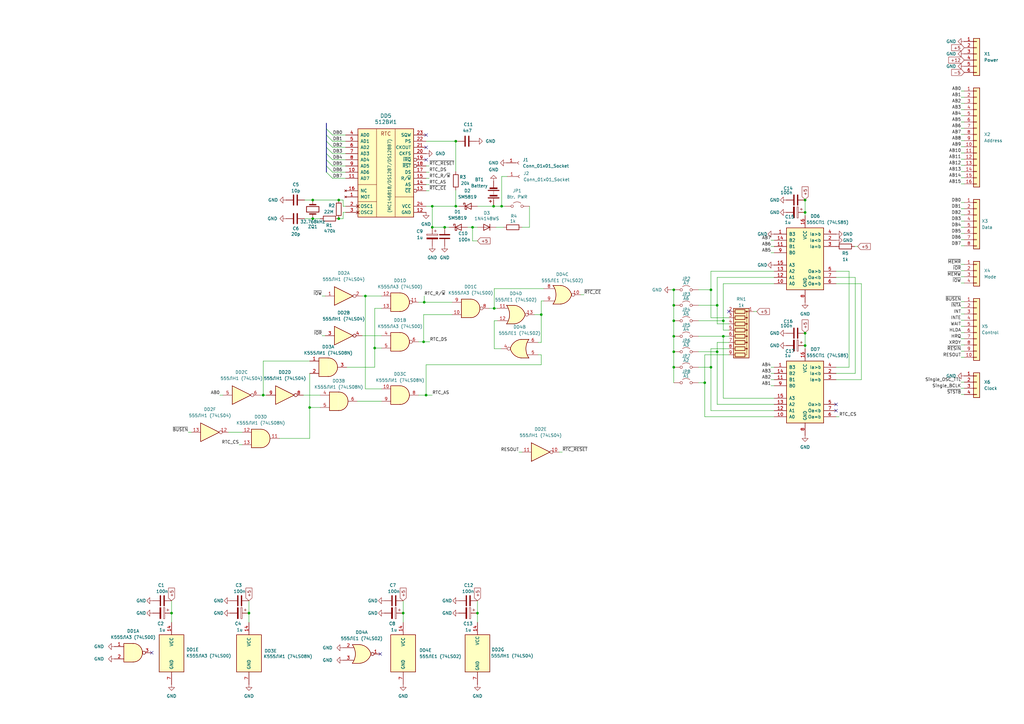
<source format=kicad_sch>
(kicad_sch (version 20231120) (generator "eeschema") (generator_version "8.0")
  (paper "A3")
  (title_block (title "Модуль часов реального времени") (date "2025-11-27") (company "R2AKT") (comment 1 "R2AKT.467863.001") (comment 2 "R2AKT"))
  (lib_symbols
    (symbol "74xx:74LS00" (pin_names (offset 1.016))
      (property "Reference" "U" (at 0 1.27 0))
      (property "Value" "74LS00" (at 0 -1.27 0))
      (symbol "74LS00_1_1"
        (pin input line (at -7.62 2.54 0) (length 3.81) (name "~") (number "1"))
        (pin input line (at -7.62 -2.54 0) (length 3.81) (name "~") (number "2"))
        (pin output inverted (at 7.62 0 180) (length 3.81) (name "~") (number "3"))
      )
      (symbol "74LS00_1_2"
        (pin input inverted (at -7.62 2.54 0) (length 4.318) (name "~") (number "1"))
        (pin input inverted (at -7.62 -2.54 0) (length 4.318) (name "~") (number "2"))
        (pin output line (at 7.62 0 180) (length 3.81) (name "~") (number "3"))
      )
      (symbol "74LS00_2_1"
        (pin input line (at -7.62 2.54 0) (length 3.81) (name "~") (number "4"))
        (pin input line (at -7.62 -2.54 0) (length 3.81) (name "~") (number "5"))
        (pin output inverted (at 7.62 0 180) (length 3.81) (name "~") (number "6"))
      )
      (symbol "74LS00_2_2"
        (pin input inverted (at -7.62 2.54 0) (length 4.318) (name "~") (number "4"))
        (pin input inverted (at -7.62 -2.54 0) (length 4.318) (name "~") (number "5"))
        (pin output line (at 7.62 0 180) (length 3.81) (name "~") (number "6"))
      )
      (symbol "74LS00_3_1"
        (pin input line (at -7.62 -2.54 0) (length 3.81) (name "~") (number "10"))
        (pin output inverted (at 7.62 0 180) (length 3.81) (name "~") (number "8"))
        (pin input line (at -7.62 2.54 0) (length 3.81) (name "~") (number "9"))
      )
      (symbol "74LS00_3_2"
        (pin input inverted (at -7.62 -2.54 0) (length 4.318) (name "~") (number "10"))
        (pin output line (at 7.62 0 180) (length 3.81) (name "~") (number "8"))
        (pin input inverted (at -7.62 2.54 0) (length 4.318) (name "~") (number "9"))
      )
      (symbol "74LS00_4_1"
        (pin output inverted (at 7.62 0 180) (length 3.81) (name "~") (number "11"))
        (pin input line (at -7.62 2.54 0) (length 3.81) (name "~") (number "12"))
        (pin input line (at -7.62 -2.54 0) (length 3.81) (name "~") (number "13"))
      )
      (symbol "74LS00_4_2"
        (pin output line (at 7.62 0 180) (length 3.81) (name "~") (number "11"))
        (pin input inverted (at -7.62 2.54 0) (length 4.318) (name "~") (number "12"))
        (pin input inverted (at -7.62 -2.54 0) (length 4.318) (name "~") (number "13"))
      )
      (symbol "74LS00_5_0"
        (pin power_in line (at 0 12.7 270) (length 5.08) (name "VCC") (number "14"))
        (pin power_in line (at 0 -12.7 90) (length 5.08) (name "GND") (number "7"))
      )
    )
    (symbol "74xx:74LS02" (pin_names (offset 1.016))
      (property "Reference" "U" (at 0 1.27 0))
      (property "Value" "74LS02" (at 0 -1.27 0))
      (symbol "74LS02_1_1"
        (pin output inverted (at 7.62 0 180) (length 3.81) (name "~") (number "1"))
        (pin input line (at -7.62 2.54 0) (length 4.318) (name "~") (number "2"))
        (pin input line (at -7.62 -2.54 0) (length 4.318) (name "~") (number "3"))
      )
      (symbol "74LS02_1_2"
        (pin output line (at 7.62 0 180) (length 3.81) (name "~") (number "1"))
        (pin input inverted (at -7.62 2.54 0) (length 3.81) (name "~") (number "2"))
        (pin input inverted (at -7.62 -2.54 0) (length 3.81) (name "~") (number "3"))
      )
      (symbol "74LS02_2_1"
        (pin output inverted (at 7.62 0 180) (length 3.81) (name "~") (number "4"))
        (pin input line (at -7.62 2.54 0) (length 4.318) (name "~") (number "5"))
        (pin input line (at -7.62 -2.54 0) (length 4.318) (name "~") (number "6"))
      )
      (symbol "74LS02_2_2"
        (pin output line (at 7.62 0 180) (length 3.81) (name "~") (number "4"))
        (pin input inverted (at -7.62 2.54 0) (length 3.81) (name "~") (number "5"))
        (pin input inverted (at -7.62 -2.54 0) (length 3.81) (name "~") (number "6"))
      )
      (symbol "74LS02_3_1"
        (pin output inverted (at 7.62 0 180) (length 3.81) (name "~") (number "10"))
        (pin input line (at -7.62 2.54 0) (length 4.318) (name "~") (number "8"))
        (pin input line (at -7.62 -2.54 0) (length 4.318) (name "~") (number "9"))
      )
      (symbol "74LS02_3_2"
        (pin output line (at 7.62 0 180) (length 3.81) (name "~") (number "10"))
        (pin input inverted (at -7.62 2.54 0) (length 3.81) (name "~") (number "8"))
        (pin input inverted (at -7.62 -2.54 0) (length 3.81) (name "~") (number "9"))
      )
      (symbol "74LS02_4_1"
        (pin input line (at -7.62 2.54 0) (length 4.318) (name "~") (number "11"))
        (pin input line (at -7.62 -2.54 0) (length 4.318) (name "~") (number "12"))
        (pin output inverted (at 7.62 0 180) (length 3.81) (name "~") (number "13"))
      )
      (symbol "74LS02_4_2"
        (pin input inverted (at -7.62 2.54 0) (length 3.81) (name "~") (number "11"))
        (pin input inverted (at -7.62 -2.54 0) (length 3.81) (name "~") (number "12"))
        (pin output line (at 7.62 0 180) (length 3.81) (name "~") (number "13"))
      )
      (symbol "74LS02_5_0"
        (pin power_in line (at 0 12.7 270) (length 5.08) (name "VCC") (number "14"))
        (pin power_in line (at 0 -12.7 90) (length 5.08) (name "GND") (number "7"))
      )
    )
    (symbol "74xx:74LS04"
      (property "Reference" "U" (at 0 1.27 0))
      (property "Value" "74LS04" (at 0 -1.27 0))
      (symbol "74LS04_1_0"
        (pin input line (at -7.62 0 0) (length 3.81) (name "~") (number "1"))
        (pin output inverted (at 7.62 0 180) (length 3.81) (name "~") (number "2"))
      )
      (symbol "74LS04_2_0"
        (pin input line (at -7.62 0 0) (length 3.81) (name "~") (number "3"))
        (pin output inverted (at 7.62 0 180) (length 3.81) (name "~") (number "4"))
      )
      (symbol "74LS04_3_0"
        (pin input line (at -7.62 0 0) (length 3.81) (name "~") (number "5"))
        (pin output inverted (at 7.62 0 180) (length 3.81) (name "~") (number "6"))
      )
      (symbol "74LS04_4_0"
        (pin output inverted (at 7.62 0 180) (length 3.81) (name "~") (number "8"))
        (pin input line (at -7.62 0 0) (length 3.81) (name "~") (number "9"))
      )
      (symbol "74LS04_5_0"
        (pin output inverted (at 7.62 0 180) (length 3.81) (name "~") (number "10"))
        (pin input line (at -7.62 0 0) (length 3.81) (name "~") (number "11"))
      )
      (symbol "74LS04_6_0"
        (pin output inverted (at 7.62 0 180) (length 3.81) (name "~") (number "12"))
        (pin input line (at -7.62 0 0) (length 3.81) (name "~") (number "13"))
      )
      (symbol "74LS04_7_0"
        (pin power_in line (at 0 12.7 270) (length 5.08) (name "VCC") (number "14"))
        (pin power_in line (at 0 -12.7 90) (length 5.08) (name "GND") (number "7"))
      )
    )
    (symbol "74xx:74LS08" (pin_names (offset 1.016))
      (property "Reference" "U" (at 0 1.27 0))
      (property "Value" "74LS08" (at 0 -1.27 0))
      (symbol "74LS08_1_1"
        (pin input line (at -7.62 2.54 0) (length 3.81) (name "~") (number "1"))
        (pin input line (at -7.62 -2.54 0) (length 3.81) (name "~") (number "2"))
        (pin output line (at 7.62 0 180) (length 3.81) (name "~") (number "3"))
      )
      (symbol "74LS08_1_2"
        (pin input inverted (at -7.62 2.54 0) (length 4.318) (name "~") (number "1"))
        (pin input inverted (at -7.62 -2.54 0) (length 4.318) (name "~") (number "2"))
        (pin output inverted (at 7.62 0 180) (length 3.81) (name "~") (number "3"))
      )
      (symbol "74LS08_2_1"
        (pin input line (at -7.62 2.54 0) (length 3.81) (name "~") (number "4"))
        (pin input line (at -7.62 -2.54 0) (length 3.81) (name "~") (number "5"))
        (pin output line (at 7.62 0 180) (length 3.81) (name "~") (number "6"))
      )
      (symbol "74LS08_2_2"
        (pin input inverted (at -7.62 2.54 0) (length 4.318) (name "~") (number "4"))
        (pin input inverted (at -7.62 -2.54 0) (length 4.318) (name "~") (number "5"))
        (pin output inverted (at 7.62 0 180) (length 3.81) (name "~") (number "6"))
      )
      (symbol "74LS08_3_1"
        (pin input line (at -7.62 -2.54 0) (length 3.81) (name "~") (number "10"))
        (pin output line (at 7.62 0 180) (length 3.81) (name "~") (number "8"))
        (pin input line (at -7.62 2.54 0) (length 3.81) (name "~") (number "9"))
      )
      (symbol "74LS08_3_2"
        (pin input inverted (at -7.62 -2.54 0) (length 4.318) (name "~") (number "10"))
        (pin output inverted (at 7.62 0 180) (length 3.81) (name "~") (number "8"))
        (pin input inverted (at -7.62 2.54 0) (length 4.318) (name "~") (number "9"))
      )
      (symbol "74LS08_4_1"
        (pin output line (at 7.62 0 180) (length 3.81) (name "~") (number "11"))
        (pin input line (at -7.62 2.54 0) (length 3.81) (name "~") (number "12"))
        (pin input line (at -7.62 -2.54 0) (length 3.81) (name "~") (number "13"))
      )
      (symbol "74LS08_4_2"
        (pin output inverted (at 7.62 0 180) (length 3.81) (name "~") (number "11"))
        (pin input inverted (at -7.62 2.54 0) (length 4.318) (name "~") (number "12"))
        (pin input inverted (at -7.62 -2.54 0) (length 4.318) (name "~") (number "13"))
      )
      (symbol "74LS08_5_0"
        (pin power_in line (at 0 12.7 270) (length 5.08) (name "VCC") (number "14"))
        (pin power_in line (at 0 -12.7 90) (length 5.08) (name "GND") (number "7"))
      )
    )
    (symbol "74xx:74LS85" (pin_names (offset 1.016))
      (property "Reference" "U" (at -7.62 13.97 0))
      (property "Value" "74LS85" (at -7.62 -13.97 0))
      (symbol "74LS85_1_0"
        (pin input line (at -12.7 10.16 0) (length 5.08) (name "B3") (number "1"))
        (pin input line (at -12.7 -10.16 0) (length 5.08) (name "A0") (number "10"))
        (pin input line (at -12.7 5.08 0) (length 5.08) (name "B1") (number "11"))
        (pin input line (at -12.7 -7.62 0) (length 5.08) (name "A1") (number "12"))
        (pin input line (at -12.7 -5.08 0) (length 5.08) (name "A2") (number "13"))
        (pin input line (at -12.7 7.62 0) (length 5.08) (name "B2") (number "14"))
        (pin input line (at -12.7 -2.54 0) (length 5.08) (name "A3") (number "15"))
        (pin power_in line (at 0 17.78 270) (length 5.08) (name "VCC") (number "16"))
        (pin input line (at 12.7 7.62 180) (length 5.08) (name "Ia<b") (number "2"))
        (pin input line (at 12.7 5.08 180) (length 5.08) (name "Ia=b") (number "3"))
        (pin input line (at 12.7 10.16 180) (length 5.08) (name "Ia>b") (number "4"))
        (pin output line (at 12.7 -5.08 180) (length 5.08) (name "Oa>b") (number "5"))
        (pin output line (at 12.7 -10.16 180) (length 5.08) (name "Oa=b") (number "6"))
        (pin output line (at 12.7 -7.62 180) (length 5.08) (name "Oa<b") (number "7"))
        (pin power_in line (at 0 -17.78 90) (length 5.08) (name "GND") (number "8"))
        (pin input line (at -12.7 2.54 0) (length 5.08) (name "B0") (number "9"))
      )
    )
    (symbol "Connector:Conn_01x01_Socket" (pin_names (offset 1.016) hide)
      (property "Reference" "J" (at 0 2.54 0))
      (property "Value" "Conn_01x01_Socket" (at 0 -2.54 0))
      (symbol "Conn_01x01_Socket_1_1"
        (pin passive line (at -5.08 0 0) (length 3.81) (name "Pin_1") (number "1"))
      )
    )
    (symbol "Connector_Generic:Conn_01x04" (pin_names (offset 1.016) hide)
      (property "Reference" "J" (at 0 5.08 0))
      (property "Value" "Conn_01x04" (at 0 -7.62 0))
      (symbol "Conn_01x04_1_1"
        (pin passive line (at -5.08 2.54 0) (length 3.81) (name "Pin_1") (number "1"))
        (pin passive line (at -5.08 0 0) (length 3.81) (name "Pin_2") (number "2"))
        (pin passive line (at -5.08 -2.54 0) (length 3.81) (name "Pin_3") (number "3"))
        (pin passive line (at -5.08 -5.08 0) (length 3.81) (name "Pin_4") (number "4"))
      )
    )
    (symbol "Connector_Generic:Conn_01x06" (pin_names (offset 1.016) hide)
      (property "Reference" "J" (at 0 7.62 0))
      (property "Value" "Conn_01x06" (at 0 -10.16 0))
      (symbol "Conn_01x06_1_1"
        (pin passive line (at -5.08 5.08 0) (length 3.81) (name "Pin_1") (number "1"))
        (pin passive line (at -5.08 2.54 0) (length 3.81) (name "Pin_2") (number "2"))
        (pin passive line (at -5.08 0 0) (length 3.81) (name "Pin_3") (number "3"))
        (pin passive line (at -5.08 -2.54 0) (length 3.81) (name "Pin_4") (number "4"))
        (pin passive line (at -5.08 -5.08 0) (length 3.81) (name "Pin_5") (number "5"))
        (pin passive line (at -5.08 -7.62 0) (length 3.81) (name "Pin_6") (number "6"))
      )
    )
    (symbol "Connector_Generic:Conn_01x08" (pin_names (offset 1.016) hide)
      (property "Reference" "J" (at 0 10.16 0))
      (property "Value" "Conn_01x08" (at 0 -12.7 0))
      (symbol "Conn_01x08_1_1"
        (pin passive line (at -5.08 7.62 0) (length 3.81) (name "Pin_1") (number "1"))
        (pin passive line (at -5.08 5.08 0) (length 3.81) (name "Pin_2") (number "2"))
        (pin passive line (at -5.08 2.54 0) (length 3.81) (name "Pin_3") (number "3"))
        (pin passive line (at -5.08 0 0) (length 3.81) (name "Pin_4") (number "4"))
        (pin passive line (at -5.08 -2.54 0) (length 3.81) (name "Pin_5") (number "5"))
        (pin passive line (at -5.08 -5.08 0) (length 3.81) (name "Pin_6") (number "6"))
        (pin passive line (at -5.08 -7.62 0) (length 3.81) (name "Pin_7") (number "7"))
        (pin passive line (at -5.08 -10.16 0) (length 3.81) (name "Pin_8") (number "8"))
      )
    )
    (symbol "Connector_Generic:Conn_01x10" (pin_names (offset 1.016) hide)
      (property "Reference" "J" (at 0 12.7 0))
      (property "Value" "Conn_01x10" (at 0 -15.24 0))
      (symbol "Conn_01x10_1_1"
        (pin passive line (at -5.08 10.16 0) (length 3.81) (name "Pin_1") (number "1"))
        (pin passive line (at -5.08 -12.7 0) (length 3.81) (name "Pin_10") (number "10"))
        (pin passive line (at -5.08 7.62 0) (length 3.81) (name "Pin_2") (number "2"))
        (pin passive line (at -5.08 5.08 0) (length 3.81) (name "Pin_3") (number "3"))
        (pin passive line (at -5.08 2.54 0) (length 3.81) (name "Pin_4") (number "4"))
        (pin passive line (at -5.08 0 0) (length 3.81) (name "Pin_5") (number "5"))
        (pin passive line (at -5.08 -2.54 0) (length 3.81) (name "Pin_6") (number "6"))
        (pin passive line (at -5.08 -5.08 0) (length 3.81) (name "Pin_7") (number "7"))
        (pin passive line (at -5.08 -7.62 0) (length 3.81) (name "Pin_8") (number "8"))
        (pin passive line (at -5.08 -10.16 0) (length 3.81) (name "Pin_9") (number "9"))
      )
    )
    (symbol "Connector_Generic:Conn_01x16" (pin_names (offset 1.016) hide)
      (property "Reference" "J" (at 0 20.32 0))
      (property "Value" "Conn_01x16" (at 0 -22.86 0))
      (symbol "Conn_01x16_1_1"
        (pin passive line (at -5.08 17.78 0) (length 3.81) (name "Pin_1") (number "1"))
        (pin passive line (at -5.08 -5.08 0) (length 3.81) (name "Pin_10") (number "10"))
        (pin passive line (at -5.08 -7.62 0) (length 3.81) (name "Pin_11") (number "11"))
        (pin passive line (at -5.08 -10.16 0) (length 3.81) (name "Pin_12") (number "12"))
        (pin passive line (at -5.08 -12.7 0) (length 3.81) (name "Pin_13") (number "13"))
        (pin passive line (at -5.08 -15.24 0) (length 3.81) (name "Pin_14") (number "14"))
        (pin passive line (at -5.08 -17.78 0) (length 3.81) (name "Pin_15") (number "15"))
        (pin passive line (at -5.08 -20.32 0) (length 3.81) (name "Pin_16") (number "16"))
        (pin passive line (at -5.08 15.24 0) (length 3.81) (name "Pin_2") (number "2"))
        (pin passive line (at -5.08 12.7 0) (length 3.81) (name "Pin_3") (number "3"))
        (pin passive line (at -5.08 10.16 0) (length 3.81) (name "Pin_4") (number "4"))
        (pin passive line (at -5.08 7.62 0) (length 3.81) (name "Pin_5") (number "5"))
        (pin passive line (at -5.08 5.08 0) (length 3.81) (name "Pin_6") (number "6"))
        (pin passive line (at -5.08 2.54 0) (length 3.81) (name "Pin_7") (number "7"))
        (pin passive line (at -5.08 0 0) (length 3.81) (name "Pin_8") (number "8"))
        (pin passive line (at -5.08 -2.54 0) (length 3.81) (name "Pin_9") (number "9"))
      )
    )
    (symbol "Device:Battery" (pin_numbers hide) (pin_names (offset 0) hide)
      (property "Reference" "BT" (at 2.54 2.54 0))
      (property "Value" "Battery" (at 2.54 0 0))
      (symbol "Battery_1_1"
        (pin passive line (at 0 5.08 270) (length 2.54) (name "+") (number "1"))
        (pin passive line (at 0 -5.08 90) (length 2.54) (name "-") (number "2"))
      )
    )
    (symbol "Device:C" (pin_numbers hide) (pin_names (offset 0.254))
      (property "Reference" "C" (at 0.635 2.54 0))
      (property "Value" "C" (at 0.635 -2.54 0))
      (symbol "C_1_1"
        (pin passive line (at 0 3.81 270) (length 2.794) (name "~") (number "1"))
        (pin passive line (at 0 -3.81 90) (length 2.794) (name "~") (number "2"))
      )
    )
    (symbol "Device:C_Polarized" (pin_numbers hide) (pin_names (offset 0.254))
      (property "Reference" "C" (at 0.635 2.54 0))
      (property "Value" "C_Polarized" (at 0.635 -2.54 0))
      (symbol "C_Polarized_1_1"
        (pin passive line (at 0 3.81 270) (length 2.794) (name "~") (number "1"))
        (pin passive line (at 0 -3.81 90) (length 2.794) (name "~") (number "2"))
      )
    )
    (symbol "Device:Crystal" (pin_numbers hide) (pin_names (offset 1.016) hide)
      (property "Reference" "Y" (at 0 3.81 0))
      (property "Value" "Crystal" (at 0 -3.81 0))
      (symbol "Crystal_1_1"
        (pin passive line (at -3.81 0 0) (length 1.27) (name "1") (number "1"))
        (pin passive line (at 3.81 0 180) (length 1.27) (name "2") (number "2"))
      )
    )
    (symbol "Device:R" (pin_numbers hide) (pin_names (offset 0))
      (property "Reference" "R" (at 2.032 0 90))
      (property "Value" "R" (at 0 0 90))
      (symbol "R_1_1"
        (pin passive line (at 0 3.81 270) (length 1.27) (name "~") (number "1"))
        (pin passive line (at 0 -3.81 90) (length 1.27) (name "~") (number "2"))
      )
    )
    (symbol "Device:R_Network08" (pin_names (offset 0) hide)
      (property "Reference" "RN" (at -12.7 0 90))
      (property "Value" "R_Network08" (at 10.16 0 90))
      (symbol "R_Network08_1_1"
        (pin passive line (at -10.16 5.08 270) (length 2.54) (name "common") (number "1"))
        (pin passive line (at -10.16 -5.08 90) (length 1.27) (name "R1") (number "2"))
        (pin passive line (at -7.62 -5.08 90) (length 1.27) (name "R2") (number "3"))
        (pin passive line (at -5.08 -5.08 90) (length 1.27) (name "R3") (number "4"))
        (pin passive line (at -2.54 -5.08 90) (length 1.27) (name "R4") (number "5"))
        (pin passive line (at 0 -5.08 90) (length 1.27) (name "R5") (number "6"))
        (pin passive line (at 2.54 -5.08 90) (length 1.27) (name "R6") (number "7"))
        (pin passive line (at 5.08 -5.08 90) (length 1.27) (name "R7") (number "8"))
        (pin passive line (at 7.62 -5.08 90) (length 1.27) (name "R8") (number "9"))
      )
    )
    (symbol "Diode:1N4148WS" (pin_numbers hide) (pin_names hide)
      (property "Reference" "D" (at 0 2.54 0))
      (property "Value" "1N4148WS" (at 0 -2.54 0))
      (symbol "1N4148WS_1_1"
        (pin passive line (at -3.81 0 0) (length 2.54) (name "K") (number "1"))
        (pin passive line (at 3.81 0 180) (length 2.54) (name "A") (number "2"))
      )
    )
    (symbol "Diode:1N5819WS" (pin_numbers hide) (pin_names (offset 1.016) hide)
      (property "Reference" "D" (at 0 2.54 0))
      (property "Value" "1N5819WS" (at 0 -2.54 0))
      (symbol "1N5819WS_1_1"
        (pin passive line (at -3.81 0 0) (length 2.54) (name "K") (number "1"))
        (pin passive line (at 3.81 0 180) (length 2.54) (name "A") (number "2"))
      )
    )
    (symbol "Jumper:Jumper_2_Open" (pin_numbers hide) (pin_names (offset 0) hide) (exclude_from_sim yes)
      (property "Reference" "JP" (at 0 2.794 0))
      (property "Value" "Jumper_2_Open" (at 0 -2.286 0))
      (symbol "Jumper_2_Open_1_1"
        (pin passive line (at -5.08 0 0) (length 2.54) (name "A") (number "1"))
        (pin passive line (at 5.08 0 180) (length 2.54) (name "B") (number "2"))
      )
    )
    (symbol "power:GND" (power) (pin_numbers hide) (pin_names (offset 0) hide)
      (property "Value" "GND" (at 0 -3.81 0))
      (symbol "GND_1_1"
        (pin power_in line (at 0 0 270) (length 0) (name "~") (number "1"))
      )
    )
    (symbol "К580-К1810-К1821:512ВИ1" (pin_names (offset 1.016))
      (property "Reference" "DD" (at 0 19.558 0))
      (property "Value" "512ВИ1" (at -1.524 0.508 90))
      (symbol "512ВИ1_1_0"
        (text "(MC146818/DS1287/DS12887)" (at 1.524 -1.524 900) (effects (font (size 1.27 1.27))))
        (text "RTC" (at 0 15.748 0) (effects (font (size 1.524 1.524))))
      )
      (symbol "512ВИ1_1_1"
        (pin no_connect line (at -16.51 -10.16 0) (length 5.08) (name "MOT") (number "1"))
        (pin bidirectional line (at -16.51 0 0) (length 5.08) (name "AD6") (number "10"))
        (pin bidirectional line (at -16.51 -2.54 0) (length 5.08) (name "AD7") (number "11"))
        (pin tri_state line (at 16.51 -16.51 180) (length 5.08) (name "GND") (number "12"))
        (pin input inverted (at 16.51 -7.62 180) (length 5.08) (name "~{CE}") (number "13"))
        (pin input line (at 16.51 -5.08 180) (length 5.08) (name "AS") (number "14"))
        (pin input line (at 16.51 -2.54 180) (length 5.08) (name "R/~{W}") (number "15"))
        (pin no_connect line (at -16.51 -7.62 0) (length 5.08) (name "NC") (number "16"))
        (pin input line (at 16.51 0 180) (length 5.08) (name "DS") (number "17"))
        (pin input inverted (at 16.51 2.54 180) (length 5.08) (name "~{RST}") (number "18"))
        (pin output inverted (at 16.51 5.08 180) (length 5.08) (name "~{IRQ}") (number "19"))
        (pin input non_logic (at -16.51 -13.97 0) (length 5.08) (name "OSC1") (number "2"))
        (pin input line (at 16.51 7.62 180) (length 5.08) (name "CKFS") (number "20"))
        (pin output line (at 16.51 10.16 180) (length 5.08) (name "CKOUT") (number "21"))
        (pin input line (at 16.51 12.7 180) (length 5.08) (name "PS") (number "22"))
        (pin output line (at 16.51 15.24 180) (length 5.08) (name "SQW") (number "23"))
        (pin tri_state line (at 16.51 -13.97 180) (length 5.08) (name "VCC") (number "24"))
        (pin input non_logic (at -16.51 -16.51 0) (length 5.08) (name "OSC2") (number "3"))
        (pin bidirectional line (at -16.51 15.24 0) (length 5.08) (name "AD0") (number "4"))
        (pin bidirectional line (at -16.51 12.7 0) (length 5.08) (name "AD1") (number "5"))
        (pin bidirectional line (at -16.51 10.16 0) (length 5.08) (name "AD2") (number "6"))
        (pin bidirectional line (at -16.51 7.62 0) (length 5.08) (name "AD3") (number "7"))
        (pin bidirectional line (at -16.51 5.08 0) (length 5.08) (name "AD4") (number "8"))
        (pin bidirectional line (at -16.51 2.54 0) (length 5.08) (name "AD5") (number "9"))
      )
    )
  )
  (junction (at 291.592 150.622))
  (junction (at 330.2 136.652))
  (junction (at 107.95 162.052))
  (junction (at 128.27 89.662))
  (junction (at 70.358 251.46))
  (junction (at 153.67 142.748))
  (junction (at 165.354 251.46))
  (junction (at 294.132 144.272))
  (junction (at 128.27 82.042))
  (junction (at 102.108 251.46))
  (junction (at 330.2 82.042))
  (junction (at 202.438 84.582))
  (junction (at 186.944 84.582))
  (junction (at 330.2 87.122))
  (junction (at 276.352 137.922))
  (junction (at 294.132 125.222))
  (junction (at 289.052 156.972))
  (junction (at 276.352 118.872))
  (junction (at 173.736 140.208))
  (junction (at 174.752 162.052))
  (junction (at 276.352 131.572))
  (junction (at 182.372 93.218))
  (junction (at 149.86 121.412))
  (junction (at 186.944 57.912))
  (junction (at 138.938 82.042))
  (junction (at 195.834 251.46))
  (junction (at 330.2 141.732))
  (junction (at 296.672 137.922))
  (junction (at 291.592 118.872))
  (junction (at 138.938 89.662))
  (junction (at 177.292 93.218))
  (junction (at 202.692 126.492))
  (junction (at 296.672 131.572))
  (junction (at 276.352 125.222))
  (junction (at 276.352 144.272))
  (junction (at 177.292 84.582))
  (junction (at 193.802 93.218))
  (junction (at 276.352 150.622))
  (junction (at 127 167.132))
  (junction (at 221.996 129.032))
  (junction (at 173.99 123.952))
  (junction (at 205.74 84.582))
  (no_connect (at 342.9 168.402))
  (no_connect (at 174.752 60.452))
  (no_connect (at 174.752 65.532))
  (no_connect (at 174.752 55.372))
  (no_connect (at 155.956 268.224))
  (no_connect (at 298.958 127.762))
  (no_connect (at 342.9 165.862))
  (no_connect (at 62.23 267.716))
  (bus_entry (at 133.858 62.992) (size 2.54 2.54))
  (bus_entry (at 133.858 68.072) (size 2.54 2.54))
  (bus_entry (at 133.858 65.532) (size 2.54 2.54))
  (bus_entry (at 133.858 55.372) (size 2.54 2.54))
  (bus_entry (at 133.858 52.832) (size 2.54 2.54))
  (bus_entry (at 133.858 57.912) (size 2.54 2.54))
  (bus_entry (at 133.858 60.452) (size 2.54 2.54))
  (bus_entry (at 133.858 70.612) (size 2.54 2.54))
  (wire (pts (xy 124.968 82.042) (xy 128.27 82.042)))
  (wire (pts (xy 156.464 126.492) (xy 153.67 126.492)))
  (wire (pts (xy 296.672 135.382) (xy 298.958 135.382)))
  (wire (pts (xy 395.478 159.258) (xy 394.208 159.258)))
  (wire (pts (xy 203.454 93.218) (xy 206.502 93.218)))
  (wire (pts (xy 316.23 103.632) (xy 317.5 103.632)))
  (wire (pts (xy 142.24 150.622) (xy 153.67 150.622)))
  (wire (pts (xy 205.486 143.002) (xy 202.692 143.002)))
  (wire (pts (xy 186.944 70.358) (xy 186.944 57.912)))
  (wire (pts (xy 395.478 88.138) (xy 394.208 88.138)))
  (wire (pts (xy 286.512 144.272) (xy 294.132 144.272)))
  (wire (pts (xy 186.944 77.978) (xy 186.944 84.582)))
  (wire (pts (xy 107.95 148.082) (xy 127 148.082)))
  (wire (pts (xy 395.478 100.838) (xy 394.208 100.838)))
  (wire (pts (xy 395.478 144.018) (xy 394.208 144.018)))
  (wire (pts (xy 291.592 118.872) (xy 291.592 111.252)))
  (wire (pts (xy 91.44 162.052) (xy 90.17 162.052)))
  (wire (pts (xy 149.86 159.512) (xy 156.464 159.512)))
  (wire (pts (xy 330.2 87.122) (xy 330.2 88.392)))
  (wire (pts (xy 294.132 125.222) (xy 294.132 132.842)))
  (wire (pts (xy 395.478 126.238) (xy 394.208 126.238)))
  (wire (pts (xy 107.95 162.052) (xy 109.22 162.052)))
  (wire (pts (xy 395.478 108.458) (xy 394.208 108.458)))
  (wire (pts (xy 395.478 93.218) (xy 394.208 93.218)))
  (wire (pts (xy 195.834 246.38) (xy 195.834 251.46)))
  (wire (pts (xy 174.752 57.912) (xy 186.944 57.912)))
  (wire (pts (xy 330.2 141.732) (xy 330.2 143.002)))
  (wire (pts (xy 136.398 55.372) (xy 141.732 55.372)))
  (wire (pts (xy 102.108 246.38) (xy 102.108 251.46)))
  (wire (pts (xy 394.208 138.938) (xy 395.478 138.938)))
  (wire (pts (xy 330.2 87.122) (xy 330.2 82.042)))
  (wire (pts (xy 195.834 84.582) (xy 202.438 84.582)))
  (wire (pts (xy 200.66 126.492) (xy 202.692 126.492)))
  (wire (pts (xy 208.026 72.39) (xy 205.74 72.39)))
  (wire (pts (xy 203.962 126.492) (xy 202.692 126.492)))
  (wire (pts (xy 202.692 143.002) (xy 202.692 131.572)))
  (bus (pts (xy 133.858 57.912) (xy 133.858 60.452)))
  (wire (pts (xy 395.478 42.418) (xy 394.208 42.418)))
  (wire (pts (xy 395.478 52.578) (xy 394.208 52.578)))
  (wire (pts (xy 128.27 82.042) (xy 138.938 82.042)))
  (wire (pts (xy 219.202 129.032) (xy 221.996 129.032)))
  (wire (pts (xy 193.802 93.218) (xy 191.77 93.218)))
  (wire (pts (xy 128.27 89.662) (xy 131.318 89.662)))
  (wire (pts (xy 395.478 98.298) (xy 394.208 98.298)))
  (wire (pts (xy 289.052 156.972) (xy 289.052 170.942)))
  (wire (pts (xy 353.314 155.702) (xy 342.9 155.702)))
  (wire (pts (xy 174.752 84.582) (xy 177.292 84.582)))
  (wire (pts (xy 102.108 251.46) (xy 102.108 255.27)))
  (wire (pts (xy 289.052 145.542) (xy 289.052 156.972)))
  (wire (pts (xy 296.672 163.322) (xy 317.5 163.322)))
  (wire (pts (xy 294.132 140.462) (xy 294.132 144.272)))
  (wire (pts (xy 395.478 57.658) (xy 394.208 57.658)))
  (wire (pts (xy 394.208 136.398) (xy 395.478 136.398)))
  (wire (pts (xy 286.512 118.872) (xy 291.592 118.872)))
  (wire (pts (xy 148.59 137.668) (xy 156.464 137.668)))
  (wire (pts (xy 221.996 149.606) (xy 174.752 149.606)))
  (wire (pts (xy 221.996 123.444) (xy 221.996 129.032)))
  (wire (pts (xy 140.716 87.122) (xy 141.732 87.122)))
  (wire (pts (xy 289.052 145.542) (xy 298.958 145.542)))
  (wire (pts (xy 395.478 90.678) (xy 394.208 90.678)))
  (wire (pts (xy 275.082 118.872) (xy 276.352 118.872)))
  (wire (pts (xy 342.9 113.792) (xy 350.774 113.792)))
  (wire (pts (xy 202.438 84.582) (xy 205.74 84.582)))
  (wire (pts (xy 98.044 182.372) (xy 99.314 182.372)))
  (wire (pts (xy 174.752 162.052) (xy 177.292 162.052)))
  (wire (pts (xy 131.318 162.052) (xy 124.46 162.052)))
  (wire (pts (xy 136.398 68.072) (xy 141.732 68.072)))
  (wire (pts (xy 395.478 110.998) (xy 394.208 110.998)))
  (wire (pts (xy 221.996 149.606) (xy 221.996 145.542)))
  (wire (pts (xy 291.592 111.252) (xy 317.5 111.252)))
  (wire (pts (xy 395.478 131.318) (xy 394.208 131.318)))
  (wire (pts (xy 149.86 121.412) (xy 156.464 121.412)))
  (wire (pts (xy 195.834 98.806) (xy 193.802 98.806)))
  (wire (pts (xy 296.672 135.382) (xy 296.672 131.572)))
  (wire (pts (xy 316.23 155.702) (xy 317.5 155.702)))
  (wire (pts (xy 395.478 55.118) (xy 394.208 55.118)))
  (wire (pts (xy 149.86 121.412) (xy 149.86 159.512)))
  (wire (pts (xy 348.234 111.252) (xy 348.234 150.622)))
  (wire (pts (xy 291.592 150.622) (xy 291.592 168.402)))
  (wire (pts (xy 286.512 125.222) (xy 294.132 125.222)))
  (wire (pts (xy 395.478 72.898) (xy 394.208 72.898)))
  (wire (pts (xy 395.478 113.538) (xy 394.208 113.538)))
  (wire (pts (xy 136.398 60.452) (xy 141.732 60.452)))
  (wire (pts (xy 294.132 144.272) (xy 294.132 165.862)))
  (wire (pts (xy 394.208 123.698) (xy 395.478 123.698)))
  (wire (pts (xy 176.022 73.152) (xy 174.752 73.152)))
  (wire (pts (xy 136.398 65.532) (xy 141.732 65.532)))
  (wire (pts (xy 316.23 153.162) (xy 317.5 153.162)))
  (wire (pts (xy 395.478 39.878) (xy 394.208 39.878)))
  (wire (pts (xy 138.938 89.662) (xy 140.716 89.662)))
  (wire (pts (xy 286.512 156.972) (xy 289.052 156.972)))
  (wire (pts (xy 127 153.162) (xy 127 167.132)))
  (wire (pts (xy 127 167.132) (xy 131.318 167.132)))
  (wire (pts (xy 212.852 185.42) (xy 214.122 185.42)))
  (wire (pts (xy 70.358 246.38) (xy 70.358 251.46)))
  (wire (pts (xy 138.938 82.042) (xy 140.716 82.042)))
  (wire (pts (xy 395.478 95.758) (xy 394.208 95.758)))
  (wire (pts (xy 221.996 140.462) (xy 220.726 140.462)))
  (wire (pts (xy 286.512 131.572) (xy 296.672 131.572)))
  (wire (pts (xy 395.478 70.358) (xy 394.208 70.358)))
  (wire (pts (xy 93.726 177.292) (xy 99.314 177.292)))
  (wire (pts (xy 187.706 57.912) (xy 186.944 57.912)))
  (wire (pts (xy 173.736 140.208) (xy 176.276 140.208)))
  (wire (pts (xy 395.478 75.438) (xy 394.208 75.438)))
  (bus (pts (xy 133.858 65.532) (xy 133.858 68.072)))
  (wire (pts (xy 395.478 161.798) (xy 394.208 161.798)))
  (wire (pts (xy 202.692 131.572) (xy 203.962 131.572)))
  (wire (pts (xy 395.478 146.558) (xy 394.208 146.558)))
  (wire (pts (xy 217.17 84.582) (xy 217.17 93.218)))
  (wire (pts (xy 294.132 140.462) (xy 298.958 140.462)))
  (wire (pts (xy 316.23 98.552) (xy 317.5 98.552)))
  (wire (pts (xy 132.08 121.412) (xy 133.35 121.412)))
  (wire (pts (xy 136.398 73.152) (xy 141.732 73.152)))
  (wire (pts (xy 221.996 145.542) (xy 220.726 145.542)))
  (wire (pts (xy 202.692 118.364) (xy 202.692 126.492)))
  (wire (pts (xy 289.052 170.942) (xy 317.5 170.942)))
  (wire (pts (xy 342.9 170.942) (xy 344.17 170.942)))
  (wire (pts (xy 202.692 118.364) (xy 223.012 118.364)))
  (wire (pts (xy 140.716 89.662) (xy 140.716 87.122)))
  (wire (pts (xy 316.23 150.622) (xy 317.5 150.622)))
  (wire (pts (xy 140.716 84.582) (xy 141.732 84.582)))
  (wire (pts (xy 205.74 84.582) (xy 207.01 84.582)))
  (wire (pts (xy 296.672 137.922) (xy 296.672 163.322)))
  (wire (pts (xy 153.67 126.492) (xy 153.67 142.748)))
  (wire (pts (xy 114.554 179.832) (xy 127 179.832)))
  (wire (pts (xy 330.2 141.732) (xy 330.2 136.652)))
  (wire (pts (xy 127 179.832) (xy 127 167.132)))
  (wire (pts (xy 195.834 93.218) (xy 193.802 93.218)))
  (wire (pts (xy 132.08 137.668) (xy 133.35 137.668)))
  (wire (pts (xy 276.352 137.922) (xy 276.352 144.272)))
  (wire (pts (xy 124.968 89.662) (xy 128.27 89.662)))
  (wire (pts (xy 171.704 123.952) (xy 173.99 123.952)))
  (wire (pts (xy 176.022 70.612) (xy 174.752 70.612)))
  (wire (pts (xy 276.352 131.572) (xy 276.352 137.922)))
  (wire (pts (xy 136.398 62.992) (xy 141.732 62.992)))
  (wire (pts (xy 316.23 158.242) (xy 317.5 158.242)))
  (wire (pts (xy 296.672 116.332) (xy 317.5 116.332)))
  (wire (pts (xy 286.512 137.922) (xy 296.672 137.922)))
  (wire (pts (xy 395.478 85.598) (xy 394.208 85.598)))
  (wire (pts (xy 156.464 164.592) (xy 146.558 164.592)))
  (wire (pts (xy 153.67 142.748) (xy 156.464 142.748)))
  (wire (pts (xy 350.774 153.162) (xy 342.9 153.162)))
  (wire (pts (xy 395.478 50.038) (xy 394.208 50.038)))
  (wire (pts (xy 177.292 84.582) (xy 186.944 84.582)))
  (wire (pts (xy 395.478 47.498) (xy 394.208 47.498)))
  (wire (pts (xy 177.292 93.218) (xy 182.372 93.218)))
  (wire (pts (xy 395.478 60.198) (xy 394.208 60.198)))
  (wire (pts (xy 296.672 131.572) (xy 296.672 116.332)))
  (wire (pts (xy 185.42 129.032) (xy 173.736 129.032)))
  (wire (pts (xy 223.012 123.444) (xy 221.996 123.444)))
  (wire (pts (xy 317.5 113.792) (xy 294.132 113.792)))
  (wire (pts (xy 291.592 143.002) (xy 298.958 143.002)))
  (wire (pts (xy 291.592 168.402) (xy 317.5 168.402)))
  (wire (pts (xy 330.2 136.398) (xy 330.2 136.652)))
  (wire (pts (xy 106.68 162.052) (xy 107.95 162.052)))
  (wire (pts (xy 140.716 82.042) (xy 140.716 84.582)))
  (wire (pts (xy 276.352 125.222) (xy 276.352 131.572)))
  (wire (pts (xy 171.704 140.208) (xy 173.736 140.208)))
  (wire (pts (xy 77.216 177.292) (xy 78.486 177.292)))
  (bus (pts (xy 133.858 68.072) (xy 133.858 70.612)))
  (wire (pts (xy 395.478 83.058) (xy 394.208 83.058)))
  (wire (pts (xy 276.352 144.272) (xy 276.352 150.622)))
  (wire (pts (xy 395.478 116.078) (xy 394.208 116.078)))
  (wire (pts (xy 291.592 130.302) (xy 291.592 118.872)))
  (wire (pts (xy 395.478 37.338) (xy 394.208 37.338)))
  (wire (pts (xy 174.752 78.232) (xy 176.022 78.232)))
  (wire (pts (xy 330.2 81.788) (xy 330.2 82.042)))
  (wire (pts (xy 173.736 129.032) (xy 173.736 140.208)))
  (wire (pts (xy 136.398 57.912) (xy 141.732 57.912)))
  (wire (pts (xy 350.774 113.792) (xy 350.774 153.162)))
  (wire (pts (xy 173.99 123.952) (xy 185.42 123.952)))
  (wire (pts (xy 165.354 246.38) (xy 165.354 251.46)))
  (bus (pts (xy 133.858 60.452) (xy 133.858 62.992)))
  (wire (pts (xy 70.358 251.46) (xy 70.358 255.27)))
  (wire (pts (xy 294.132 165.862) (xy 317.5 165.862)))
  (wire (pts (xy 394.208 133.858) (xy 395.478 133.858)))
  (wire (pts (xy 229.362 185.42) (xy 230.632 185.42)))
  (wire (pts (xy 395.478 44.958) (xy 394.208 44.958)))
  (wire (pts (xy 205.74 72.39) (xy 205.74 84.582)))
  (bus (pts (xy 133.858 62.992) (xy 133.858 65.532)))
  (wire (pts (xy 165.354 251.46) (xy 165.354 255.27)))
  (wire (pts (xy 174.752 149.606) (xy 174.752 162.052)))
  (wire (pts (xy 394.208 141.478) (xy 395.478 141.478)))
  (wire (pts (xy 188.214 84.582) (xy 186.944 84.582)))
  (wire (pts (xy 348.234 150.622) (xy 342.9 150.622)))
  (wire (pts (xy 351.79 101.092) (xy 350.52 101.092)))
  (wire (pts (xy 286.512 150.622) (xy 291.592 150.622)))
  (wire (pts (xy 296.672 137.922) (xy 298.958 137.922)))
  (wire (pts (xy 316.23 101.092) (xy 317.5 101.092)))
  (wire (pts (xy 176.022 68.072) (xy 174.752 68.072)))
  (wire (pts (xy 309.118 127.762) (xy 310.388 127.762)))
  (bus (pts (xy 133.858 50.546) (xy 133.858 52.832)))
  (bus (pts (xy 133.858 52.832) (xy 133.858 55.372)))
  (wire (pts (xy 291.592 143.002) (xy 291.592 150.622)))
  (wire (pts (xy 294.132 132.842) (xy 298.958 132.842)))
  (wire (pts (xy 353.314 116.332) (xy 353.314 155.702)))
  (wire (pts (xy 395.478 67.818) (xy 394.208 67.818)))
  (bus (pts (xy 133.858 55.372) (xy 133.858 57.912)))
  (wire (pts (xy 395.478 62.738) (xy 394.208 62.738)))
  (wire (pts (xy 171.704 162.052) (xy 174.752 162.052)))
  (wire (pts (xy 107.95 148.082) (xy 107.95 162.052)))
  (wire (pts (xy 173.99 121.412) (xy 173.99 123.952)))
  (wire (pts (xy 136.398 70.612) (xy 141.732 70.612)))
  (wire (pts (xy 193.802 98.806) (xy 193.802 93.218)))
  (wire (pts (xy 395.478 65.278) (xy 394.208 65.278)))
  (wire (pts (xy 184.15 93.218) (xy 182.372 93.218)))
  (wire (pts (xy 195.834 251.46) (xy 195.834 255.27)))
  (wire (pts (xy 177.292 84.582) (xy 177.292 93.218)))
  (wire (pts (xy 342.9 111.252) (xy 348.234 111.252)))
  (wire (pts (xy 395.478 128.778) (xy 394.208 128.778)))
  (wire (pts (xy 221.996 129.032) (xy 221.996 140.462)))
  (wire (pts (xy 342.9 116.332) (xy 353.314 116.332)))
  (wire (pts (xy 294.132 113.792) (xy 294.132 125.222)))
  (wire (pts (xy 276.352 150.622) (xy 276.352 156.972)))
  (wire (pts (xy 276.352 118.872) (xy 276.352 125.222)))
  (wire (pts (xy 394.208 156.718) (xy 395.478 156.718)))
  (wire (pts (xy 176.022 75.692) (xy 174.752 75.692)))
  (wire (pts (xy 217.17 93.218) (xy 214.122 93.218)))
  (wire (pts (xy 238.252 120.904) (xy 239.522 120.904)))
  (wire (pts (xy 153.67 150.622) (xy 153.67 142.748)))
  (wire (pts (xy 291.592 130.302) (xy 298.958 130.302)))
  (wire (pts (xy 148.59 121.412) (xy 149.86 121.412)))
  (label "DB6" (at 394.208 98.298 180))
  (label "~{STSTB}" (at 394.208 161.798 180))
  (label "DB2" (at 140.462 60.452 180))
  (label "~{BUSEN}" (at 394.208 123.698 180))
  (label "RTC_DS" (at 176.022 70.612 0))
  (label "AB5" (at 394.208 50.038 180))
  (label "AB1" (at 316.23 158.242 180))
  (label "AB4" (at 394.208 47.498 180))
  (label "AB3" (at 394.208 44.958 180))
  (label "~{INTA}" (at 394.208 126.238 180))
  (label "~{IOW}" (at 394.208 116.078 180))
  (label "~{MEMW}" (at 394.208 113.538 180))
  (label "RTC_R{slash}~{W}" (at 176.022 73.152 0))
  (label "RTC_CS" (at 344.17 170.942 0))
  (label "DB4" (at 140.462 65.532 180))
  (label "RTC_AS" (at 177.292 162.052 0))
  (label "RTC_DS" (at 176.276 140.208 0))
  (label "Single_OSC_TTL" (at 394.208 156.718 180))
  (label "DB2" (at 394.208 88.138 180))
  (label "~{IOW}" (at 132.08 121.412 180))
  (label "RTC_AS" (at 176.022 75.692 0))
  (label "AB3" (at 316.23 153.162 180))
  (label "DB5" (at 394.208 95.758 180))
  (label "AB5" (at 316.23 103.632 180))
  (label "AB12" (at 394.208 67.818 180))
  (label "HLDA" (at 394.208 136.398 180))
  (label "DB1" (at 394.208 85.598 180))
  (label "AB10" (at 394.208 62.738 180))
  (label "~{IOR}" (at 132.08 137.668 180))
  (label "DB7" (at 140.462 73.152 180))
  (label "AB9" (at 394.208 60.198 180))
  (label "AB2" (at 394.208 42.418 180))
  (label "DB1" (at 140.462 57.912 180))
  (label "DB7" (at 394.208 100.838 180))
  (label "AB13" (at 394.208 70.358 180))
  (label "WAIT" (at 394.208 133.858 180))
  (label "AB11" (at 394.208 65.278 180))
  (label "~{RTC_CE}" (at 176.022 78.232 0))
  (label "AB0" (at 90.17 162.052 180))
  (label "HRQ" (at 394.208 138.938 180))
  (label "INTE" (at 394.208 131.318 180))
  (label "~{MEMR}" (at 394.208 108.458 180))
  (label "AB14" (at 394.208 72.898 180))
  (label "~{RESIN}" (at 394.208 144.018 180))
  (label "XRDY" (at 394.208 141.478 180))
  (label "DB6" (at 140.462 70.612 180))
  (label "DB3" (at 140.462 62.992 180))
  (label "Single_BCLK" (at 394.208 159.258 180))
  (label "AB7" (at 316.23 98.552 180))
  (label "RESOUT" (at 394.208 146.558 180))
  (label "RESOUT" (at 212.852 185.42 180))
  (label "DB5" (at 140.462 68.072 180))
  (label "DB4" (at 394.208 93.218 180))
  (label "RTC_CS" (at 98.044 182.372 180))
  (label "AB8" (at 394.208 57.658 180))
  (label "AB0" (at 394.208 37.338 180))
  (label "DB0" (at 394.208 83.058 180))
  (label "AB2" (at 316.23 155.702 180))
  (label "INT" (at 394.208 128.778 180))
  (label "~{RTC_CE}" (at 239.522 120.904 0))
  (label "DB0" (at 140.462 55.372 180))
  (label "~{RTC_RESET}" (at 176.022 68.072 0))
  (label "AB1" (at 394.208 39.878 180))
  (label "AB6" (at 394.208 52.578 180))
  (label "~{IOR}" (at 394.208 110.998 180))
  (label "AB7" (at 394.208 55.118 180))
  (label "AB6" (at 316.23 101.092 180))
  (label "~{RTC_RESET}" (at 230.632 185.42 0))
  (label "DB3" (at 394.208 90.678 180))
  (label "RTC_R{slash}~{W}" (at 173.99 121.412 0))
  (label "AB15" (at 394.208 75.438 180))
  (label "~{BUSEN}" (at 77.216 177.292 180))
  (label "AB4" (at 316.23 150.622 180))
  (global_label "-5" (shape input) (at 395.478 29.718 180) (property "Intersheetrefs" "${INTERSHEET_REFS}" (effects (hide yes))))
  (global_label "+5" (shape input) (at 330.2 136.398 90) (property "Intersheetrefs" "${INTERSHEET_REFS}" (effects (hide yes))))
  (global_label "+5" (shape input) (at 310.388 127.762 0) (property "Intersheetrefs" "${INTERSHEET_REFS}" (effects (hide yes))))
  (global_label "+5" (shape input) (at 330.2 81.788 90) (property "Intersheetrefs" "${INTERSHEET_REFS}" (effects (hide yes))))
  (global_label "+12" (shape input) (at 395.478 24.638 180) (property "Intersheetrefs" "${INTERSHEET_REFS}" (effects (hide yes))))
  (global_label "+5" (shape input) (at 102.108 246.38 90) (property "Intersheetrefs" "${INTERSHEET_REFS}" (effects (hide yes))))
  (global_label "+5" (shape input) (at 351.79 101.092 0) (property "Intersheetrefs" "${INTERSHEET_REFS}" (effects (hide yes))))
  (global_label "+5" (shape input) (at 165.354 246.38 90) (property "Intersheetrefs" "${INTERSHEET_REFS}" (effects (hide yes))))
  (global_label "+5" (shape input) (at 395.478 19.558 180) (property "Intersheetrefs" "${INTERSHEET_REFS}" (effects (hide yes))))
  (global_label "+5" (shape input) (at 70.358 246.38 90) (property "Intersheetrefs" "${INTERSHEET_REFS}" (effects (hide yes))))
  (global_label "+5" (shape input) (at 195.834 98.806 0) (property "Intersheetrefs" "${INTERSHEET_REFS}" (effects (hide yes))))
  (global_label "+5" (shape input) (at 195.834 246.38 90) (property "Intersheetrefs" "${INTERSHEET_REFS}" (effects (hide yes))))
  (symbol (lib_id "power:GND") (at 317.5 108.712 270) (unit 1)
    (property "Reference" "#PWR28" (effects (hide yes)))
    (property "Value" "GND" (at 312.674 108.712 90))
    (property "Description" "Power symbol creates a global label with name \"GND\" , ground" (effects (hide yes)))
  )
  (symbol (lib_id "74xx:74LS00") (at 54.61 267.716 0) (unit 1)
    (property "Reference" "DD1" (at 54.61 258.826 0))
    (property "Value" "К555ЛА3 (74LS00)" (at 54.61 261.366 0))
    (property "Footprint" "Package_DIP:DIP-14_W7.62mm_Socket_LongPads" (effects (hide yes)))
    (property "Datasheet" "http://www.ti.com/lit/gpn/sn74ls00" (effects (hide yes)))
    (property "Description" "quad 2-input NAND gate" (effects (hide yes)))
  )
  (symbol (lib_id "Connector:Conn_01x01_Socket") (at 213.106 72.39 0) (unit 1)
    (property "Reference" "J2" (at 214.63 71.1199 0) (effects (justify left)))
    (property "Value" "Conn_01x01_Socket" (at 214.63 73.6599 0) (effects (justify left)))
    (property "Footprint" "TestPoint:TestPoint_THTPad_D2.5mm_Drill1.2mm" (effects (hide yes)))
    (property "Description" "Generic connector, single row, 01x01, script generated" (effects (hide yes)))
  )
  (symbol (lib_id "power:GND") (at 117.348 82.042 270) (mirror x) (unit 1)
    (property "Reference" "#PWR9" (effects (hide yes)))
    (property "Value" "GND" (at 114.046 82.0419 90) (effects (justify right)))
    (property "Description" "Power symbol creates a global label with name \"GND\" , ground" (effects (hide yes)))
  )
  (symbol (lib_id "Device:C") (at 326.39 136.652 270) (mirror x) (unit 1)
    (property "Reference" "C16" (at 321.31 131.826 90) (effects (justify left)))
    (property "Value" "100n" (at 320.04 133.604 90) (effects (justify left)))
    (property "Footprint" "Capacitor_SMD:C_0805_2012Metric_Pad1.18x1.45mm_HandSolder" (effects (hide yes)))
    (property "Description" "Unpolarized capacitor" (effects (hide yes)))
  )
  (symbol (lib_id "Device:Battery") (at 202.438 79.502 180) (unit 1) (on_board no)
    (property "Reference" "BT1" (at 196.596 73.66 0))
    (property "Value" "Battery" (at 196.596 76.2 0))
    (property "Footprint" "Battery:BatteryHolder_MYOUNG_BS-07-A1BJ001_CR2032" (effects (hide yes)))
    (property "Description" "Multiple-cell battery" (effects (hide yes)))
  )
  (symbol (lib_id "Jumper:Jumper_2_Open") (at 281.432 125.222 0) (unit 1) (exclude_from_sim yes)
    (property "Reference" "JP3" (at 281.432 120.65 0))
    (property "Value" "~{A6}" (at 281.432 122.428 0))
    (property "Footprint" "Jumper:SolderJumper-2_P1.3mm_Open_RoundedPad1.0x1.5mm" (effects (hide yes)))
    (property "Description" "Jumper, 2-pole, open" (effects (hide yes)))
  )
  (symbol (lib_id "Device:C") (at 121.158 82.042 90) (unit 1)
    (property "Reference" "C5" (at 122.682 75.692 90) (effects (justify left)))
    (property "Value" "10p" (at 123.19 78.232 90) (effects (justify left)))
    (property "Footprint" "Capacitor_SMD:C_0805_2012Metric_Pad1.18x1.45mm_HandSolder" (effects (hide yes)))
    (property "Description" "Unpolarized capacitor" (effects (hide yes)))
  )
  (symbol (lib_id "74xx:74LS85") (at 330.2 106.172 0) (unit 1)
    (property "Reference" "DD6" (at 332.3941 88.646 0) (effects (justify left)))
    (property "Value" "555СП1 (74LS85)" (at 330.708 91.186 0) (effects (justify left)))
    (property "Footprint" "Package_DIP:DIP-16_W7.62mm_Socket_LongPads" (effects (hide yes)))
    (property "Datasheet" "http://www.ti.com/lit/gpn/sn74LS85" (effects (hide yes)))
    (property "Description" "4-bit Comparator" (effects (hide yes)))
  )
  (symbol (lib_id "Jumper:Jumper_2_Open") (at 212.09 84.582 0) (unit 1) (exclude_from_sim yes)
    (property "Reference" "JP1" (at 212.09 78.232 0))
    (property "Value" "Btr. PWR" (at 212.09 80.772 0))
    (property "Footprint" "Jumper:SolderJumper-2_P1.3mm_Open_RoundedPad1.0x1.5mm" (effects (hide yes)))
    (property "Description" "Jumper, 2-pole, open" (effects (hide yes)))
  )
  (symbol (lib_id "74xx:74LS08") (at 164.084 162.052 0) (mirror x) (unit 3)
    (property "Reference" "DD3" (at 164.084 153.416 0))
    (property "Value" "К555ЛИ1 (74LS08N)" (at 164.084 155.956 0))
    (property "Footprint" "Package_DIP:DIP-14_W7.62mm_Socket_LongPads" (effects (hide yes)))
    (property "Datasheet" "http://www.ti.com/lit/gpn/sn74LS08" (effects (hide yes)))
    (property "Description" "Quad And2" (effects (hide yes)))
  )
  (symbol (lib_id "power:GND") (at 46.99 270.256 270) (unit 1)
    (property "Reference" "#PWR2" (effects (hide yes)))
    (property "Value" "GND" (at 42.672 270.2559 90) (effects (justify right)))
    (property "Description" "Power symbol creates a global label with name \"GND\" , ground" (effects (hide yes)))
  )
  (symbol (lib_id "74xx:74LS04") (at 86.106 177.292 0) (unit 6)
    (property "Reference" "DD2" (at 86.106 167.894 0))
    (property "Value" "555ЛН1 (74LS04)" (at 86.106 170.434 0))
    (property "Footprint" "Package_DIP:DIP-14_W7.62mm_Socket_LongPads" (effects (hide yes)))
    (property "Datasheet" "http://www.ti.com/lit/gpn/sn74LS04" (effects (hide yes)))
    (property "Description" "Hex Inverter" (effects (hide yes)))
  )
  (symbol (lib_id "power:GND") (at 165.354 280.67 0) (unit 1)
    (property "Reference" "#PWR15" (effects (hide yes)))
    (property "Value" "GND" (at 165.354 285.496 0))
    (property "Description" "Power symbol creates a global label with name \"GND\" , ground" (effects (hide yes)))
  )
  (symbol (lib_id "Diode:1N5819WS") (at 192.024 84.582 0) (unit 1)
    (property "Reference" "D2" (at 191.7065 78.232 0))
    (property "Value" "SM5819" (at 191.7065 80.772 0))
    (property "Footprint" "Diode_SMD:D_SOD-123" (effects (hide yes)))
    (property "Datasheet" "https://datasheet.lcsc.com/lcsc/2204281430_Guangdong-Hottech-1N5819WS_C191023.pdf" (effects (hide yes)))
    (property "Description" "40V 600mV@1A 1A SOD-323 Schottky Barrier Diodes, SOD-323" (effects (hide yes)))
  )
  (symbol (lib_id "power:GND") (at 188.214 246.38 270) (mirror x) (unit 1)
    (property "Reference" "#PWR20" (effects (hide yes)))
    (property "Value" "GND" (at 183.388 246.38 90))
    (property "Description" "Power symbol creates a global label with name \"GND\" , ground" (effects (hide yes)))
  )
  (symbol (lib_id "74xx:74LS02") (at 230.632 120.904 0) (unit 3)
    (property "Reference" "DD4" (at 230.632 112.522 0))
    (property "Value" "555ЛЕ1 (74LS02)" (at 230.632 115.062 0))
    (property "Footprint" "Package_DIP:DIP-14_W7.62mm_Socket_LongPads" (effects (hide yes)))
    (property "Datasheet" "http://www.ti.com/lit/gpn/sn74ls02" (effects (hide yes)))
    (property "Description" "quad 2-input NOR gate" (effects (hide yes)))
  )
  (symbol (lib_id "power:GND") (at 322.58 82.042 270) (unit 1)
    (property "Reference" "#PWR29" (effects (hide yes)))
    (property "Value" "GND" (at 317.754 82.042 90))
    (property "Description" "Power symbol creates a global label with name \"GND\" , ground" (effects (hide yes)))
  )
  (symbol (lib_id "power:GND") (at 62.738 246.38 270) (mirror x) (unit 1)
    (property "Reference" "#PWR3" (effects (hide yes)))
    (property "Value" "GND" (at 57.912 246.38 90))
    (property "Description" "Power symbol creates a global label with name \"GND\" , ground" (effects (hide yes)))
  )
  (symbol (lib_id "Device:C_Polarized") (at 98.298 251.46 270) (unit 1)
    (property "Reference" "C4" (at 96.266 255.778 90) (effects (justify left)))
    (property "Value" "1u" (at 97.028 258.318 90) (effects (justify left)))
    (property "Footprint" "Capacitor_Tantalum_SMD:CP_EIA-3216-18_Kemet-A_Pad1.58x1.35mm_HandSolder" (effects (hide yes)))
    (property "Description" "Polarized capacitor" (effects (hide yes)))
  )
  (symbol (lib_id "74xx:74LS00") (at 164.084 140.208 0) (unit 2)
    (property "Reference" "DD1" (at 164.084 131.318 0))
    (property "Value" "К555ЛА3 (74LS00)" (at 164.084 133.858 0))
    (property "Footprint" "Package_DIP:DIP-14_W7.62mm_Socket_LongPads" (effects (hide yes)))
    (property "Datasheet" "http://www.ti.com/lit/gpn/sn74ls00" (effects (hide yes)))
    (property "Description" "quad 2-input NAND gate" (effects (hide yes)))
  )
  (symbol (lib_id "power:GND") (at 188.214 251.46 270) (mirror x) (unit 1)
    (property "Reference" "#PWR21" (effects (hide yes)))
    (property "Value" "GND" (at 183.388 251.46 90))
    (property "Description" "Power symbol creates a global label with name \"GND\" , ground" (effects (hide yes)))
  )
  (symbol (lib_id "Connector_Generic:Conn_01x16") (at 400.558 55.118 0) (unit 1)
    (property "Reference" "X2" (at 403.606 55.1179 0) (effects (justify left)))
    (property "Value" "Address" (at 403.606 57.6579 0) (effects (justify left)))
    (property "Footprint" "Connector_PinHeader_2.54mm:PinHeader_1x16_P2.54mm_Vertical" (effects (hide yes)))
    (property "Description" "Generic connector, single row, 01x16, script generated (kicad-library-utils/schlib/autogen/connector/)" (effects (hide yes)))
  )
  (symbol (lib_id "Device:C") (at 192.024 246.38 270) (mirror x) (unit 1)
    (property "Reference" "C12" (at 190.246 240.03 90) (effects (justify left)))
    (property "Value" "100n" (at 189.484 242.57 90) (effects (justify left)))
    (property "Footprint" "Capacitor_SMD:C_0805_2012Metric_Pad1.18x1.45mm_HandSolder" (effects (hide yes)))
    (property "Description" "Unpolarized capacitor" (effects (hide yes)))
  )
  (symbol (lib_id "power:GND") (at 182.372 100.838 0) (mirror y) (unit 1)
    (property "Reference" "#PWR19" (effects (hide yes)))
    (property "Value" "GND" (at 182.372 105.664 0))
    (property "Description" "Power symbol creates a global label with name \"GND\" , ground" (effects (hide yes)))
  )
  (symbol (lib_id "power:GND") (at 342.9 98.552 90) (unit 1)
    (property "Reference" "#PWR36" (effects (hide yes)))
    (property "Value" "GND" (at 347.726 98.552 90))
    (property "Description" "Power symbol creates a global label with name \"GND\" , ground" (effects (hide yes)))
  )
  (symbol (lib_id "power:GND") (at 395.478 27.178 270) (unit 1)
    (property "Reference" "#PWR39" (effects (hide yes)))
    (property "Value" "GND" (at 392.176 27.1779 90) (effects (justify right)))
    (property "Description" "Power symbol creates a global label with name \"GND\" , ground" (effects (hide yes)))
  )
  (symbol (lib_id "74xx:74LS02") (at 211.582 129.032 0) (unit 4)
    (property "Reference" "DD4" (at 211.582 120.396 0))
    (property "Value" "555ЛЕ1 (74LS02)" (at 211.582 122.936 0))
    (property "Footprint" "Package_DIP:DIP-14_W7.62mm_Socket_LongPads" (effects (hide yes)))
    (property "Datasheet" "http://www.ti.com/lit/gpn/sn74ls02" (effects (hide yes)))
    (property "Description" "quad 2-input NOR gate" (effects (hide yes)))
  )
  (symbol (lib_id "74xx:74LS00") (at 193.04 126.492 0) (unit 3)
    (property "Reference" "DD1" (at 193.04 117.602 0))
    (property "Value" "К555ЛА3 (74LS00)" (at 193.04 120.142 0))
    (property "Footprint" "Package_DIP:DIP-14_W7.62mm_Socket_LongPads" (effects (hide yes)))
    (property "Datasheet" "http://www.ti.com/lit/gpn/sn74ls00" (effects (hide yes)))
    (property "Description" "quad 2-input NAND gate" (effects (hide yes)))
  )
  (symbol (lib_id "Device:C_Polarized") (at 161.544 251.46 270) (unit 1)
    (property "Reference" "C8" (at 159.512 255.778 90) (effects (justify left)))
    (property "Value" "1u" (at 160.274 258.318 90) (effects (justify left)))
    (property "Footprint" "Capacitor_Tantalum_SMD:CP_EIA-3216-18_Kemet-A_Pad1.58x1.35mm_HandSolder" (effects (hide yes)))
    (property "Description" "Polarized capacitor" (effects (hide yes)))
  )
  (symbol (lib_id "Jumper:Jumper_2_Open") (at 281.432 144.272 0) (unit 1) (exclude_from_sim yes)
    (property "Reference" "JP6" (at 281.432 139.7 0))
    (property "Value" "~{A3}" (at 281.432 141.478 0))
    (property "Footprint" "Jumper:SolderJumper-2_P1.3mm_Open_RoundedPad1.0x1.5mm" (effects (hide yes)))
    (property "Description" "Jumper, 2-pole, open" (effects (hide yes)))
  )
  (symbol (lib_id "Jumper:Jumper_2_Open") (at 281.432 137.922 0) (unit 1) (exclude_from_sim yes)
    (property "Reference" "JP5" (at 281.432 133.35 0))
    (property "Value" "~{A4}" (at 281.432 135.128 0))
    (property "Footprint" "Jumper:SolderJumper-2_P1.3mm_Open_RoundedPad1.0x1.5mm" (effects (hide yes)))
    (property "Description" "Jumper, 2-pole, open" (effects (hide yes)))
  )
  (symbol (lib_id "74xx:74LS04") (at 140.97 137.668 0) (unit 2)
    (property "Reference" "DD2" (at 140.97 128.27 0))
    (property "Value" "555ЛН1 (74LS04)" (at 140.97 130.81 0))
    (property "Footprint" "Package_DIP:DIP-14_W7.62mm_Socket_LongPads" (effects (hide yes)))
    (property "Datasheet" "http://www.ti.com/lit/gpn/sn74LS04" (effects (hide yes)))
    (property "Description" "Hex Inverter" (effects (hide yes)))
  )
  (symbol (lib_id "power:GND") (at 46.99 265.176 270) (unit 1)
    (property "Reference" "#PWR1" (effects (hide yes)))
    (property "Value" "GND" (at 42.672 265.1759 90) (effects (justify right)))
    (property "Description" "Power symbol creates a global label with name \"GND\" , ground" (effects (hide yes)))
  )
  (symbol (lib_id "К580-К1810-К1821:512ВИ1") (at 158.242 70.612 0) (unit 1)
    (property "Reference" "DD5" (at 158.242 47.498 0) (effects (font (size 1.524 1.524))))
    (property "Value" "512ВИ1" (at 158.242 50.038 0) (effects (font (size 1.524 1.524))))
    (property "Footprint" "Package_DIP:DIP-24_W15.24mm_Socket_LongPads" (effects (hide yes)))
  )
  (symbol (lib_id "power:GND") (at 70.358 280.67 0) (unit 1)
    (property "Reference" "#PWR5" (effects (hide yes)))
    (property "Value" "GND" (at 70.358 285.496 0))
    (property "Description" "Power symbol creates a global label with name \"GND\" , ground" (effects (hide yes)))
  )
  (symbol (lib_id "power:GND") (at 140.716 265.684 270) (unit 1)
    (property "Reference" "#PWR11" (effects (hide yes)))
    (property "Value" "GND" (at 136.398 265.6839 90) (effects (justify right)))
    (property "Description" "Power symbol creates a global label with name \"GND\" , ground" (effects (hide yes)))
  )
  (symbol (lib_id "Device:Crystal") (at 128.27 85.852 270) (unit 1)
    (property "Reference" "ZQ1" (at 128.27 92.964 90))
    (property "Value" "32.768kHz" (at 128.27 90.932 90))
    (property "Footprint" "Crystal:Crystal_C26-LF_D2.1mm_L6.5mm_Horizontal_1EP_style1" (effects (hide yes)))
    (property "Description" "Two pin crystal" (effects (hide yes)))
  )
  (symbol (lib_id "Device:R") (at 346.71 101.092 90) (mirror x) (unit 1)
    (property "Reference" "R5" (at 346.71 103.886 90))
    (property "Value" "1k" (at 346.71 106.426 90))
    (property "Footprint" "Resistor_SMD:R_0805_2012Metric_Pad1.20x1.40mm_HandSolder" (effects (hide yes)))
    (property "Description" "Resistor" (effects (hide yes)))
  )
  (symbol (lib_id "power:GND") (at 342.9 96.012 90) (unit 1)
    (property "Reference" "#PWR35" (effects (hide yes)))
    (property "Value" "GND" (at 347.726 96.012 90))
    (property "Description" "Power symbol creates a global label with name \"GND\" , ground" (effects (hide yes)))
  )
  (symbol (lib_id "Jumper:Jumper_2_Open") (at 281.432 150.622 0) (unit 1) (exclude_from_sim yes)
    (property "Reference" "JP7" (at 281.432 146.05 0))
    (property "Value" "~{A2}" (at 281.432 147.828 0))
    (property "Footprint" "Jumper:SolderJumper-2_P1.3mm_Open_RoundedPad1.0x1.5mm" (effects (hide yes)))
    (property "Description" "Jumper, 2-pole, open" (effects (hide yes)))
  )
  (symbol (lib_id "power:GND") (at 195.326 57.912 90) (unit 1)
    (property "Reference" "#PWR22" (effects (hide yes)))
    (property "Value" "GND" (at 199.136 57.9119 90) (effects (justify right)))
    (property "Description" "Power symbol creates a global label with name \"GND\" , ground" (effects (hide yes)))
  )
  (symbol (lib_id "74xx:74LS02") (at 213.106 143.002 180) (unit 2)
    (property "Reference" "DD4" (at 213.106 134.112 0))
    (property "Value" "555ЛЕ1 (74LS02)" (at 213.106 136.652 0))
    (property "Footprint" "Package_DIP:DIP-14_W7.62mm_Socket_LongPads" (effects (hide yes)))
    (property "Datasheet" "http://www.ti.com/lit/gpn/sn74ls02" (effects (hide yes)))
    (property "Description" "quad 2-input NOR gate" (effects (hide yes)))
  )
  (symbol (lib_id "Device:R") (at 138.938 85.852 180) (unit 1)
    (property "Reference" "R2" (at 137.414 84.328 0) (effects (justify left)))
    (property "Value" "22M" (at 136.906 86.868 0) (effects (justify left)))
    (property "Footprint" "Resistor_SMD:R_0805_2012Metric_Pad1.20x1.40mm_HandSolder" (effects (hide yes)))
    (property "Description" "Resistor" (effects (hide yes)))
  )
  (symbol (lib_id "Device:C") (at 161.544 246.38 270) (mirror x) (unit 1)
    (property "Reference" "C7" (at 159.766 240.03 90) (effects (justify left)))
    (property "Value" "100n" (at 159.004 242.57 90) (effects (justify left)))
    (property "Footprint" "Capacitor_SMD:C_0805_2012Metric_Pad1.18x1.45mm_HandSolder" (effects (hide yes)))
    (property "Description" "Unpolarized capacitor" (effects (hide yes)))
  )
  (symbol (lib_id "Connector_Generic:Conn_01x08") (at 400.558 90.678 0) (unit 1)
    (property "Reference" "X3" (at 402.59 90.6779 0) (effects (justify left)))
    (property "Value" "Data" (at 402.59 93.2179 0) (effects (justify left)))
    (property "Footprint" "Connector_PinHeader_2.54mm:PinHeader_1x08_P2.54mm_Vertical" (effects (hide yes)))
    (property "Description" "Generic connector, single row, 01x08, script generated (kicad-library-utils/schlib/autogen/connector/)" (effects (hide yes)))
  )
  (symbol (lib_id "Device:C_Polarized") (at 326.39 141.732 270) (unit 1)
    (property "Reference" "C17" (at 322.072 144.018 90) (effects (justify left)))
    (property "Value" "1u" (at 321.818 145.796 90) (effects (justify left)))
    (property "Footprint" "Capacitor_Tantalum_SMD:CP_EIA-3216-18_Kemet-A_Pad1.58x1.35mm_HandSolder" (effects (hide yes)))
    (property "Description" "Polarized capacitor" (effects (hide yes)))
  )
  (symbol (lib_id "power:GND") (at 317.5 96.012 270) (unit 1)
    (property "Reference" "#PWR27" (effects (hide yes)))
    (property "Value" "GND" (at 312.674 96.012 90))
    (property "Description" "Power symbol creates a global label with name \"GND\" , ground" (effects (hide yes)))
  )
  (symbol (lib_id "power:GND") (at 94.488 251.46 270) (mirror x) (unit 1)
    (property "Reference" "#PWR7" (effects (hide yes)))
    (property "Value" "GND" (at 89.662 251.46 90))
    (property "Description" "Power symbol creates a global label with name \"GND\" , ground" (effects (hide yes)))
  )
  (symbol (lib_id "Diode:1N5819WS") (at 187.96 93.218 0) (unit 1)
    (property "Reference" "D1" (at 187.6425 86.868 0))
    (property "Value" "SM5819" (at 187.6425 89.408 0))
    (property "Footprint" "Diode_SMD:D_SOD-123" (effects (hide yes)))
    (property "Datasheet" "https://datasheet.lcsc.com/lcsc/2204281430_Guangdong-Hottech-1N5819WS_C191023.pdf" (effects (hide yes)))
    (property "Description" "40V 600mV@1A 1A SOD-323 Schottky Barrier Diodes, SOD-323" (effects (hide yes)))
  )
  (symbol (lib_id "Diode:1N4148WS") (at 199.644 93.218 180) (unit 1)
    (property "Reference" "D3" (at 199.644 87.376 0))
    (property "Value" "1N4148WS" (at 199.644 89.662 0))
    (property "Footprint" "Diode_SMD:D_SOD-323" (effects (hide yes)))
    (property "Datasheet" "https://www.vishay.com/docs/85751/1n4148ws.pdf" (effects (hide yes)))
    (property "Description" "75V 0.15A Fast switching Diode, SOD-323" (effects (hide yes)))
    (property "Sim.Device" "D" (effects (hide yes)))
    (property "Sim.Pins" "1=K 2=A" (effects (hide yes)))
  )
  (symbol (lib_id "power:GND") (at 207.772 66.802 270) (unit 1)
    (property "Reference" "#PWR25" (effects (hide yes)))
    (property "Value" "GND" (at 204.47 66.8019 90) (effects (justify right)))
    (property "Description" "Power symbol creates a global label with name \"GND\" , ground" (effects (hide yes)))
  )
  (symbol (lib_id "power:GND") (at 330.2 123.952 0) (unit 1)
    (property "Reference" "#PWR33" (effects (hide yes)))
    (property "Value" "GND" (at 330.2 128.778 0))
    (property "Description" "Power symbol creates a global label with name \"GND\" , ground" (effects (hide yes)))
  )
  (symbol (lib_id "power:GND") (at 94.488 246.38 270) (mirror x) (unit 1)
    (property "Reference" "#PWR6" (effects (hide yes)))
    (property "Value" "GND" (at 89.662 246.38 90))
    (property "Description" "Power symbol creates a global label with name \"GND\" , ground" (effects (hide yes)))
  )
  (symbol (lib_id "Device:C") (at 121.158 89.662 90) (mirror x) (unit 1)
    (property "Reference" "C6" (at 122.682 93.726 90) (effects (justify left)))
    (property "Value" "20p" (at 123.19 96.012 90) (effects (justify left)))
    (property "Footprint" "Capacitor_SMD:C_0805_2012Metric_Pad1.18x1.45mm_HandSolder" (effects (hide yes)))
    (property "Description" "Unpolarized capacitor" (effects (hide yes)))
  )
  (symbol (lib_id "Connector_Generic:Conn_01x04") (at 400.558 110.998 0) (unit 1)
    (property "Reference" "X4" (at 403.606 110.9979 0) (effects (justify left)))
    (property "Value" "Mode" (at 403.606 113.5379 0) (effects (justify left)))
    (property "Footprint" "Connector_PinHeader_2.54mm:PinHeader_1x04_P2.54mm_Vertical" (effects (hide yes)))
    (property "Description" "Generic connector, single row, 01x04, script generated (kicad-library-utils/schlib/autogen/connector/)" (effects (hide yes)))
  )
  (symbol (lib_id "power:GND") (at 174.752 62.992 90) (unit 1)
    (property "Reference" "#PWR16" (effects (hide yes)))
    (property "Value" "GND" (at 178.562 62.9919 90) (effects (justify right)))
    (property "Description" "Power symbol creates a global label with name \"GND\" , ground" (effects (hide yes)))
  )
  (symbol (lib_id "Device:C") (at 191.516 57.912 90) (unit 1)
    (property "Reference" "C11" (at 194.056 51.054 90) (effects (justify left)))
    (property "Value" "4n7" (at 193.548 53.594 90) (effects (justify left)))
    (property "Footprint" "Capacitor_SMD:C_0805_2012Metric_Pad1.18x1.45mm_HandSolder" (effects (hide yes)))
    (property "Description" "Unpolarized capacitor" (effects (hide yes)))
  )
  (symbol (lib_id "Jumper:Jumper_2_Open") (at 281.432 118.872 0) (unit 1) (exclude_from_sim yes)
    (property "Reference" "JP2" (at 281.432 114.3 0))
    (property "Value" "~{A7}" (at 281.432 116.078 0))
    (property "Footprint" "Jumper:SolderJumper-2_P1.3mm_Open_RoundedPad1.0x1.5mm" (effects (hide yes)))
    (property "Description" "Jumper, 2-pole, open" (effects (hide yes)))
  )
  (symbol (lib_id "power:GND") (at 117.348 89.662 270) (mirror x) (unit 1)
    (property "Reference" "#PWR10" (effects (hide yes)))
    (property "Value" "GND" (at 113.792 89.6619 90) (effects (justify right)))
    (property "Description" "Power symbol creates a global label with name \"GND\" , ground" (effects (hide yes)))
  )
  (symbol (lib_id "Jumper:Jumper_2_Open") (at 281.432 156.972 0) (unit 1) (exclude_from_sim yes)
    (property "Reference" "JP8" (at 281.432 152.4 0))
    (property "Value" "~{A1}" (at 281.432 154.178 0))
    (property "Footprint" "Jumper:SolderJumper-2_P1.3mm_Open_RoundedPad1.0x1.5mm" (effects (hide yes)))
    (property "Description" "Jumper, 2-pole, open" (effects (hide yes)))
  )
  (symbol (lib_id "74xx:74LS00") (at 164.084 123.952 0) (unit 4)
    (property "Reference" "DD1" (at 164.084 115.062 0))
    (property "Value" "К555ЛА3 (74LS00)" (at 164.084 117.602 0))
    (property "Footprint" "Package_DIP:DIP-14_W7.62mm_Socket_LongPads" (effects (hide yes)))
    (property "Datasheet" "http://www.ti.com/lit/gpn/sn74ls00" (effects (hide yes)))
    (property "Description" "quad 2-input NAND gate" (effects (hide yes)))
  )
  (symbol (lib_id "Jumper:Jumper_2_Open") (at 281.432 131.572 0) (unit 1) (exclude_from_sim yes)
    (property "Reference" "JP4" (at 281.432 127 0))
    (property "Value" "~{A5}" (at 281.432 128.778 0))
    (property "Footprint" "Jumper:SolderJumper-2_P1.3mm_Open_RoundedPad1.0x1.5mm" (effects (hide yes)))
    (property "Description" "Jumper, 2-pole, open" (effects (hide yes)))
  )
  (symbol (lib_id "power:GND") (at 102.108 280.67 0) (unit 1)
    (property "Reference" "#PWR8" (effects (hide yes)))
    (property "Value" "GND" (at 102.108 285.496 0))
    (property "Description" "Power symbol creates a global label with name \"GND\" , ground" (effects (hide yes)))
  )
  (symbol (lib_id "74xx:74LS04") (at 116.84 162.052 0) (unit 4)
    (property "Reference" "DD2" (at 116.84 152.654 0))
    (property "Value" "555ЛН1 (74LS04)" (at 116.84 155.194 0))
    (property "Footprint" "Package_DIP:DIP-14_W7.62mm_Socket_LongPads" (effects (hide yes)))
    (property "Datasheet" "http://www.ti.com/lit/gpn/sn74LS04" (effects (hide yes)))
    (property "Description" "Hex Inverter" (effects (hide yes)))
  )
  (symbol (lib_id "power:GND") (at 62.738 251.46 270) (mirror x) (unit 1)
    (property "Reference" "#PWR4" (effects (hide yes)))
    (property "Value" "GND" (at 57.912 251.46 90))
    (property "Description" "Power symbol creates a global label with name \"GND\" , ground" (effects (hide yes)))
  )
  (symbol (lib_id "Connector_Generic:Conn_01x06") (at 400.558 22.098 0) (unit 1)
    (property "Reference" "X1" (at 403.606 22.0979 0) (effects (justify left)))
    (property "Value" "Power" (at 403.606 24.6379 0) (effects (justify left)))
    (property "Footprint" "Connector_PinHeader_2.54mm:PinHeader_1x06_P2.54mm_Vertical" (effects (hide yes)))
    (property "Description" "Generic connector, single row, 01x06, script generated (kicad-library-utils/schlib/autogen/connector/)" (effects (hide yes)))
  )
  (symbol (lib_id "Device:R_Network08") (at 304.038 137.922 270) (unit 1)
    (property "Reference" "RN1" (at 304.038 122.682 90))
    (property "Value" "1k" (at 304.038 125.222 90))
    (property "Footprint" "Resistor_THT:R_Array_SIP9" (effects (hide yes)))
    (property "Datasheet" "http://www.vishay.com/docs/31509/csc.pdf" (effects (hide yes)))
    (property "Description" "8 resistor network, star topology, bussed resistors, small symbol" (effects (hide yes)))
  )
  (symbol (lib_id "power:GND") (at 275.082 118.872 270) (mirror x) (unit 1)
    (property "Reference" "#PWR26" (effects (hide yes)))
    (property "Value" "GND" (at 271.526 118.8721 90) (effects (justify right)))
    (property "Description" "Power symbol creates a global label with name \"GND\" , ground" (effects (hide yes)))
  )
  (symbol (lib_id "Device:C") (at 66.548 246.38 270) (mirror x) (unit 1)
    (property "Reference" "C1" (at 64.77 240.03 90) (effects (justify left)))
    (property "Value" "100n" (at 64.008 242.57 90) (effects (justify left)))
    (property "Footprint" "Capacitor_SMD:C_0805_2012Metric_Pad1.18x1.45mm_HandSolder" (effects (hide yes)))
    (property "Description" "Unpolarized capacitor" (effects (hide yes)))
  )
  (symbol (lib_id "Device:R") (at 210.312 93.218 90) (unit 1)
    (property "Reference" "R4" (at 212.09 88.646 90) (effects (justify left)))
    (property "Value" "1k" (at 211.582 90.678 90) (effects (justify left)))
    (property "Footprint" "Resistor_SMD:R_0805_2012Metric_Pad1.20x1.40mm_HandSolder" (effects (hide yes)))
    (property "Description" "Resistor" (effects (hide yes)))
  )
  (symbol (lib_id "power:GND") (at 330.2 178.562 0) (unit 1)
    (property "Reference" "#PWR34" (effects (hide yes)))
    (property "Value" "GND" (at 330.2 183.388 0))
    (property "Description" "Power symbol creates a global label with name \"GND\" , ground" (effects (hide yes)))
  )
  (symbol (lib_id "74xx:74LS04") (at 195.834 267.97 0) (unit 7)
    (property "Reference" "DD2" (at 204.216 266.446 0))
    (property "Value" "555ЛН1 (74LS04)" (at 210.058 268.986 0))
    (property "Footprint" "Package_DIP:DIP-14_W7.62mm_Socket_LongPads" (effects (hide yes)))
    (property "Datasheet" "http://www.ti.com/lit/gpn/sn74LS04" (effects (hide yes)))
    (property "Description" "Hex Inverter" (effects (hide yes)))
  )
  (symbol (lib_id "power:GND") (at 322.58 87.122 270) (unit 1)
    (property "Reference" "#PWR30" (effects (hide yes)))
    (property "Value" "GND" (at 317.754 87.122 90))
    (property "Description" "Power symbol creates a global label with name \"GND\" , ground" (effects (hide yes)))
  )
  (symbol (lib_id "74xx:74LS08") (at 134.62 150.622 0) (unit 1)
    (property "Reference" "DD3" (at 134.62 142.24 0))
    (property "Value" "К555ЛИ1 (74LS08N)" (at 134.62 144.78 0))
    (property "Footprint" "Package_DIP:DIP-14_W7.62mm_Socket_LongPads" (effects (hide yes)))
    (property "Datasheet" "http://www.ti.com/lit/gpn/sn74LS08" (effects (hide yes)))
    (property "Description" "Quad And2" (effects (hide yes)))
  )
  (symbol (lib_id "Device:C") (at 326.39 82.042 270) (mirror x) (unit 1)
    (property "Reference" "C14" (at 321.31 77.216 90) (effects (justify left)))
    (property "Value" "100n" (at 320.04 78.994 90) (effects (justify left)))
    (property "Footprint" "Capacitor_SMD:C_0805_2012Metric_Pad1.18x1.45mm_HandSolder" (effects (hide yes)))
    (property "Description" "Unpolarized capacitor" (effects (hide yes)))
  )
  (symbol (lib_id "Device:C_Polarized") (at 66.548 251.46 270) (unit 1)
    (property "Reference" "C2" (at 64.516 255.778 90) (effects (justify left)))
    (property "Value" "1u" (at 65.278 258.318 90) (effects (justify left)))
    (property "Footprint" "Capacitor_Tantalum_SMD:CP_EIA-3216-18_Kemet-A_Pad1.58x1.35mm_HandSolder" (effects (hide yes)))
    (property "Description" "Polarized capacitor" (effects (hide yes)))
  )
  (symbol (lib_id "Connector_Generic:Conn_01x10") (at 400.558 133.858 0) (unit 1)
    (property "Reference" "X5" (at 402.59 133.8579 0) (effects (justify left)))
    (property "Value" "Control" (at 402.59 136.3979 0) (effects (justify left)))
    (property "Footprint" "Connector_PinHeader_2.54mm:PinHeader_1x10_P2.54mm_Vertical" (effects (hide yes)))
    (property "Description" "Generic connector, single row, 01x10, script generated (kicad-library-utils/schlib/autogen/connector/)" (effects (hide yes)))
  )
  (symbol (lib_id "power:GND") (at 157.734 246.38 270) (mirror x) (unit 1)
    (property "Reference" "#PWR13" (effects (hide yes)))
    (property "Value" "GND" (at 152.908 246.38 90))
    (property "Description" "Power symbol creates a global label with name \"GND\" , ground" (effects (hide yes)))
  )
  (symbol (lib_id "power:GND") (at 322.58 136.652 270) (unit 1)
    (property "Reference" "#PWR31" (effects (hide yes)))
    (property "Value" "GND" (at 317.754 136.652 90))
    (property "Description" "Power symbol creates a global label with name \"GND\" , ground" (effects (hide yes)))
  )
  (symbol (lib_id "74xx:74LS08") (at 138.938 164.592 0) (unit 2)
    (property "Reference" "DD3" (at 138.938 156.21 0))
    (property "Value" "К555ЛИ1 (74LS08N)" (at 138.938 158.75 0))
    (property "Footprint" "Package_DIP:DIP-14_W7.62mm_Socket_LongPads" (effects (hide yes)))
    (property "Datasheet" "http://www.ti.com/lit/gpn/sn74LS08" (effects (hide yes)))
    (property "Description" "Quad And2" (effects (hide yes)))
  )
  (symbol (lib_id "Device:R") (at 135.128 89.662 90) (mirror x) (unit 1)
    (property "Reference" "R1" (at 136.398 92.456 90) (effects (justify left)))
    (property "Value" "470k" (at 137.668 94.742 90) (effects (justify left)))
    (property "Footprint" "Resistor_SMD:R_0805_2012Metric_Pad1.20x1.40mm_HandSolder" (effects (hide yes)))
    (property "Description" "Resistor" (effects (hide yes)))
  )
  (symbol (lib_id "74xx:74LS85") (at 330.2 160.782 0) (unit 1)
    (property "Reference" "DD7" (at 332.3941 143.256 0) (effects (justify left)))
    (property "Value" "555СП1 (74LS85)" (at 330.708 145.796 0) (effects (justify left)))
    (property "Footprint" "Package_DIP:DIP-16_W7.62mm_Socket_LongPads" (effects (hide yes)))
    (property "Datasheet" "http://www.ti.com/lit/gpn/sn74LS85" (effects (hide yes)))
    (property "Description" "4-bit Comparator" (effects (hide yes)))
  )
  (symbol (lib_id "74xx:74LS08") (at 102.108 267.97 0) (unit 5)
    (property "Reference" "DD3" (at 110.998 266.954 0))
    (property "Value" "К555ЛИ1 (74LS08N)" (at 118.11 269.24 0))
    (property "Footprint" "Package_DIP:DIP-14_W7.62mm_Socket_LongPads" (effects (hide yes)))
    (property "Datasheet" "http://www.ti.com/lit/gpn/sn74LS08" (effects (hide yes)))
    (property "Description" "Quad And2" (effects (hide yes)))
  )
  (symbol (lib_id "power:GND") (at 177.292 100.838 0) (mirror y) (unit 1)
    (property "Reference" "#PWR18" (effects (hide yes)))
    (property "Value" "GND" (at 177.292 105.664 0))
    (property "Description" "Power symbol creates a global label with name \"GND\" , ground" (effects (hide yes)))
  )
  (symbol (lib_id "74xx:74LS00") (at 70.358 267.97 0) (unit 5)
    (property "Reference" "DD1" (at 78.994 266.446 0))
    (property "Value" "К555ЛА3 (74LS00)" (at 85.598 268.986 0))
    (property "Footprint" "Package_DIP:DIP-14_W7.62mm_Socket_LongPads" (effects (hide yes)))
    (property "Datasheet" "http://www.ti.com/lit/gpn/sn74ls00" (effects (hide yes)))
    (property "Description" "quad 2-input NAND gate" (effects (hide yes)))
  )
  (symbol (lib_id "power:GND") (at 174.752 87.122 0) (unit 1)
    (property "Reference" "#PWR17" (effects (hide yes)))
    (property "Value" "GND" (at 174.752 91.948 0))
    (property "Description" "Power symbol creates a global label with name \"GND\" , ground" (effects (hide yes)))
  )
  (symbol (lib_id "power:GND") (at 157.734 251.46 270) (mirror x) (unit 1)
    (property "Reference" "#PWR14" (effects (hide yes)))
    (property "Value" "GND" (at 152.908 251.46 90))
    (property "Description" "Power symbol creates a global label with name \"GND\" , ground" (effects (hide yes)))
  )
  (symbol (lib_id "Device:R") (at 186.944 74.168 0) (mirror x) (unit 1)
    (property "Reference" "R3" (at 188.468 72.644 0) (effects (justify left)))
    (property "Value" "20k" (at 188.976 75.184 0) (effects (justify left)))
    (property "Footprint" "Resistor_SMD:R_0805_2012Metric_Pad1.20x1.40mm_HandSolder" (effects (hide yes)))
    (property "Description" "Resistor" (effects (hide yes)))
  )
  (symbol (lib_id "74xx:74LS04") (at 140.97 121.412 0) (unit 1)
    (property "Reference" "DD2" (at 140.97 112.014 0))
    (property "Value" "555ЛН1 (74LS04)" (at 140.97 114.554 0))
    (property "Footprint" "Package_DIP:DIP-14_W7.62mm_Socket_LongPads" (effects (hide yes)))
    (property "Datasheet" "http://www.ti.com/lit/gpn/sn74LS04" (effects (hide yes)))
    (property "Description" "Hex Inverter" (effects (hide yes)))
  )
  (symbol (lib_id "power:GND") (at 395.478 17.018 270) (unit 1)
    (property "Reference" "#PWR37" (effects (hide yes)))
    (property "Value" "GND" (at 392.176 17.0179 90) (effects (justify right)))
    (property "Description" "Power symbol creates a global label with name \"GND\" , ground" (effects (hide yes)))
  )
  (symbol (lib_id "power:GND") (at 202.438 74.422 180) (unit 1)
    (property "Reference" "#PWR24" (effects (hide yes)))
    (property "Value" "GND" (at 202.438 69.596 0))
    (property "Description" "Power symbol creates a global label with name \"GND\" , ground" (effects (hide yes)))
  )
  (symbol (lib_id "74xx:74LS04") (at 99.06 162.052 0) (unit 3)
    (property "Reference" "DD2" (at 99.06 152.654 0))
    (property "Value" "555ЛН1 (74LS04)" (at 99.06 155.194 0))
    (property "Footprint" "Package_DIP:DIP-14_W7.62mm_Socket_LongPads" (effects (hide yes)))
    (property "Datasheet" "http://www.ti.com/lit/gpn/sn74LS04" (effects (hide yes)))
    (property "Description" "Hex Inverter" (effects (hide yes)))
  )
  (symbol (lib_id "74xx:74LS08") (at 106.934 179.832 0) (unit 4)
    (property "Reference" "DD3" (at 106.934 170.942 0))
    (property "Value" "К555ЛИ1 (74LS08N)" (at 106.934 173.482 0))
    (property "Footprint" "Package_DIP:DIP-14_W7.62mm_Socket_LongPads" (effects (hide yes)))
    (property "Datasheet" "http://www.ti.com/lit/gpn/sn74LS08" (effects (hide yes)))
    (property "Description" "Quad And2" (effects (hide yes)))
  )
  (symbol (lib_id "Device:C_Polarized") (at 177.292 97.028 0) (mirror y) (unit 1)
    (property "Reference" "C9" (at 173.482 94.8689 0) (effects (justify left)))
    (property "Value" "1u" (at 173.482 97.4089 0) (effects (justify left)))
    (property "Footprint" "Capacitor_Tantalum_SMD:CP_EIA-3216-18_Kemet-A_Pad1.58x1.35mm_HandSolder" (effects (hide yes)))
    (property "Description" "Polarized capacitor" (effects (hide yes)))
  )
  (symbol (lib_id "Device:C_Polarized") (at 192.024 251.46 270) (unit 1)
    (property "Reference" "C13" (at 189.992 255.778 90) (effects (justify left)))
    (property "Value" "1u" (at 190.754 258.318 90) (effects (justify left)))
    (property "Footprint" "Capacitor_Tantalum_SMD:CP_EIA-3216-18_Kemet-A_Pad1.58x1.35mm_HandSolder" (effects (hide yes)))
    (property "Description" "Polarized capacitor" (effects (hide yes)))
  )
  (symbol (lib_id "power:GND") (at 395.478 22.098 270) (unit 1)
    (property "Reference" "#PWR38" (effects (hide yes)))
    (property "Value" "GND" (at 392.176 22.0979 90) (effects (justify right)))
    (property "Description" "Power symbol creates a global label with name \"GND\" , ground" (effects (hide yes)))
  )
  (symbol (lib_id "Device:C") (at 98.298 246.38 270) (mirror x) (unit 1)
    (property "Reference" "C3" (at 96.52 240.03 90) (effects (justify left)))
    (property "Value" "100n" (at 95.758 242.57 90) (effects (justify left)))
    (property "Footprint" "Capacitor_SMD:C_0805_2012Metric_Pad1.18x1.45mm_HandSolder" (effects (hide yes)))
    (property "Description" "Unpolarized capacitor" (effects (hide yes)))
  )
  (symbol (lib_id "74xx:74LS04") (at 221.742 185.42 0) (unit 5)
    (property "Reference" "DD2" (at 221.742 176.022 0))
    (property "Value" "555ЛН1 (74LS04)" (at 221.742 178.562 0))
    (property "Footprint" "Package_DIP:DIP-14_W7.62mm_Socket_LongPads" (effects (hide yes)))
    (property "Datasheet" "http://www.ti.com/lit/gpn/sn74LS04" (effects (hide yes)))
    (property "Description" "Hex Inverter" (effects (hide yes)))
  )
  (symbol (lib_id "power:GND") (at 395.478 154.178 270) (unit 1)
    (property "Reference" "#PWR40" (effects (hide yes)))
    (property "Value" "GND" (at 392.176 154.1779 90) (effects (justify right)))
    (property "Description" "Power symbol creates a global label with name \"GND\" , ground" (effects (hide yes)))
  )
  (symbol (lib_id "power:GND") (at 140.716 270.764 270) (unit 1)
    (property "Reference" "#PWR12" (effects (hide yes)))
    (property "Value" "GND" (at 136.398 270.7639 90) (effects (justify right)))
    (property "Description" "Power symbol creates a global label with name \"GND\" , ground" (effects (hide yes)))
  )
  (symbol (lib_id "Connector_Generic:Conn_01x04") (at 400.558 156.718 0) (unit 1)
    (property "Reference" "X6" (at 403.606 156.7179 0) (effects (justify left)))
    (property "Value" "Clock" (at 403.606 159.2579 0) (effects (justify left)))
    (property "Footprint" "Connector_PinHeader_2.54mm:PinHeader_1x04_P2.54mm_Vertical" (effects (hide yes)))
    (property "Description" "Generic connector, single row, 01x04, script generated (kicad-library-utils/schlib/autogen/connector/)" (effects (hide yes)))
  )
  (symbol (lib_id "74xx:74LS02") (at 148.336 268.224 0) (unit 1)
    (property "Reference" "DD4" (at 148.336 259.334 0))
    (property "Value" "555ЛЕ1 (74LS02)" (at 148.336 261.874 0))
    (property "Footprint" "Package_DIP:DIP-14_W7.62mm_Socket_LongPads" (effects (hide yes)))
    (property "Datasheet" "http://www.ti.com/lit/gpn/sn74ls02" (effects (hide yes)))
    (property "Description" "quad 2-input NOR gate" (effects (hide yes)))
  )
  (symbol (lib_id "Device:C") (at 182.372 97.028 0) (unit 1)
    (property "Reference" "C10" (at 187.96 95.7579 0) (effects (justify left)))
    (property "Value" "100n" (at 187.96 98.2979 0) (effects (justify left)))
    (property "Footprint" "Capacitor_SMD:C_0805_2012Metric_Pad1.18x1.45mm_HandSolder" (effects (hide yes)))
    (property "Description" "Unpolarized capacitor" (effects (hide yes)))
  )
  (symbol (lib_id "Device:C_Polarized") (at 326.39 87.122 270) (unit 1)
    (property "Reference" "C15" (at 321.9451 88.9 90) (effects (justify left)))
    (property "Value" "1u" (at 321.818 91.186 90) (effects (justify left)))
    (property "Footprint" "Capacitor_Tantalum_SMD:CP_EIA-3216-18_Kemet-A_Pad1.58x1.35mm_HandSolder" (effects (hide yes)))
    (property "Description" "Polarized capacitor" (effects (hide yes)))
  )
  (symbol (lib_id "74xx:74LS02") (at 165.354 267.97 0) (unit 5)
    (property "Reference" "DD4" (at 171.958 266.6999 0) (effects (justify left)))
    (property "Value" "555ЛЕ1 (74LS02)" (at 171.958 269.2399 0) (effects (justify left)))
    (property "Footprint" "Package_DIP:DIP-14_W7.62mm_Socket_LongPads" (effects (hide yes)))
    (property "Datasheet" "http://www.ti.com/lit/gpn/sn74ls02" (effects (hide yes)))
    (property "Description" "quad 2-input NOR gate" (effects (hide yes)))
  )
  (symbol (lib_id "power:GND") (at 195.834 280.67 0) (unit 1)
    (property "Reference" "#PWR23" (effects (hide yes)))
    (property "Value" "GND" (at 195.834 285.496 0))
    (property "Description" "Power symbol creates a global label with name \"GND\" , ground" (effects (hide yes)))
  )
  (symbol (lib_id "Connector:Conn_01x01_Socket") (at 212.852 66.802 0) (unit 1)
    (property "Reference" "J1" (at 214.376 65.5319 0) (effects (justify left)))
    (property "Value" "Conn_01x01_Socket" (at 214.376 68.0719 0) (effects (justify left)))
    (property "Footprint" "TestPoint:TestPoint_THTPad_D2.5mm_Drill1.2mm" (effects (hide yes)))
    (property "Description" "Generic connector, single row, 01x01, script generated" (effects (hide yes)))
  )
  (symbol (lib_id "power:GND") (at 322.58 141.732 270) (unit 1)
    (property "Reference" "#PWR32" (effects (hide yes)))
    (property "Value" "GND" (at 317.754 141.732 90))
    (property "Description" "Power symbol creates a global label with name \"GND\" , ground" (effects (hide yes)))
  )
)
</source>
